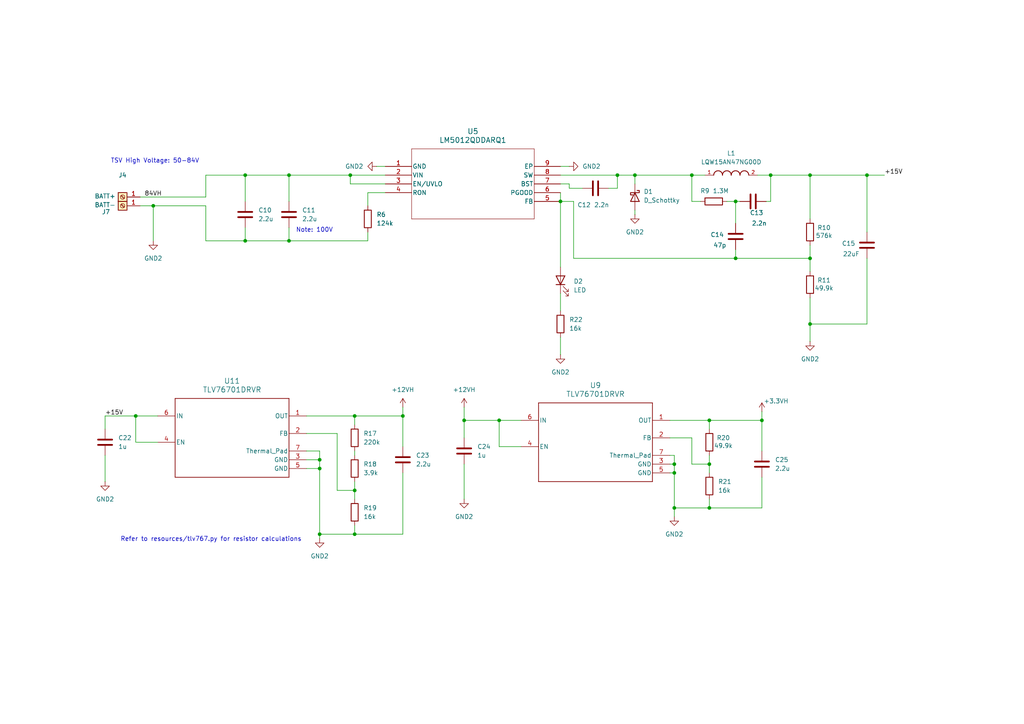
<source format=kicad_sch>
(kicad_sch
	(version 20231120)
	(generator "eeschema")
	(generator_version "8.0")
	(uuid "c5e326bb-5d78-47a1-be61-c46a33932be2")
	(paper "A4")
	(lib_symbols
		(symbol "2025-02-28_21-05-36:LM5012QDDARQ1"
			(pin_names
				(offset 0.254)
			)
			(exclude_from_sim no)
			(in_bom yes)
			(on_board yes)
			(property "Reference" "U"
				(at 25.4 10.16 0)
				(effects
					(font
						(size 1.524 1.524)
					)
				)
			)
			(property "Value" "LM5012QDDARQ1"
				(at 25.4 7.62 0)
				(effects
					(font
						(size 1.524 1.524)
					)
				)
			)
			(property "Footprint" "SO-8-DDA_TEX"
				(at 0 0 0)
				(effects
					(font
						(size 1.27 1.27)
						(italic yes)
					)
					(hide yes)
				)
			)
			(property "Datasheet" "LM5012QDDARQ1"
				(at 0 0 0)
				(effects
					(font
						(size 1.27 1.27)
						(italic yes)
					)
					(hide yes)
				)
			)
			(property "Description" ""
				(at 0 0 0)
				(effects
					(font
						(size 1.27 1.27)
					)
					(hide yes)
				)
			)
			(property "ki_locked" ""
				(at 0 0 0)
				(effects
					(font
						(size 1.27 1.27)
					)
				)
			)
			(property "ki_keywords" "LM5012QDDARQ1"
				(at 0 0 0)
				(effects
					(font
						(size 1.27 1.27)
					)
					(hide yes)
				)
			)
			(property "ki_fp_filters" "SO-8-DDA_TEX SO-8-DDA_TEX-M SO-8-DDA_TEX-L"
				(at 0 0 0)
				(effects
					(font
						(size 1.27 1.27)
					)
					(hide yes)
				)
			)
			(symbol "LM5012QDDARQ1_0_1"
				(polyline
					(pts
						(xy 7.62 -15.24) (xy 43.18 -15.24)
					)
					(stroke
						(width 0.127)
						(type default)
					)
					(fill
						(type none)
					)
				)
				(polyline
					(pts
						(xy 7.62 5.08) (xy 7.62 -15.24)
					)
					(stroke
						(width 0.127)
						(type default)
					)
					(fill
						(type none)
					)
				)
				(polyline
					(pts
						(xy 43.18 -15.24) (xy 43.18 5.08)
					)
					(stroke
						(width 0.127)
						(type default)
					)
					(fill
						(type none)
					)
				)
				(polyline
					(pts
						(xy 43.18 5.08) (xy 7.62 5.08)
					)
					(stroke
						(width 0.127)
						(type default)
					)
					(fill
						(type none)
					)
				)
				(pin power_out line
					(at 0 0 0)
					(length 7.62)
					(name "GND"
						(effects
							(font
								(size 1.27 1.27)
							)
						)
					)
					(number "1"
						(effects
							(font
								(size 1.27 1.27)
							)
						)
					)
				)
				(pin power_in line
					(at 0 -2.54 0)
					(length 7.62)
					(name "VIN"
						(effects
							(font
								(size 1.27 1.27)
							)
						)
					)
					(number "2"
						(effects
							(font
								(size 1.27 1.27)
							)
						)
					)
				)
				(pin input line
					(at 0 -5.08 0)
					(length 7.62)
					(name "EN/UVLO"
						(effects
							(font
								(size 1.27 1.27)
							)
						)
					)
					(number "3"
						(effects
							(font
								(size 1.27 1.27)
							)
						)
					)
				)
				(pin input line
					(at 0 -7.62 0)
					(length 7.62)
					(name "RON"
						(effects
							(font
								(size 1.27 1.27)
							)
						)
					)
					(number "4"
						(effects
							(font
								(size 1.27 1.27)
							)
						)
					)
				)
				(pin input line
					(at 50.8 -10.16 180)
					(length 7.62)
					(name "FB"
						(effects
							(font
								(size 1.27 1.27)
							)
						)
					)
					(number "5"
						(effects
							(font
								(size 1.27 1.27)
							)
						)
					)
				)
				(pin output line
					(at 50.8 -7.62 180)
					(length 7.62)
					(name "PGOOD"
						(effects
							(font
								(size 1.27 1.27)
							)
						)
					)
					(number "6"
						(effects
							(font
								(size 1.27 1.27)
							)
						)
					)
				)
				(pin power_in line
					(at 50.8 -5.08 180)
					(length 7.62)
					(name "BST"
						(effects
							(font
								(size 1.27 1.27)
							)
						)
					)
					(number "7"
						(effects
							(font
								(size 1.27 1.27)
							)
						)
					)
				)
				(pin power_in line
					(at 50.8 -2.54 180)
					(length 7.62)
					(name "SW"
						(effects
							(font
								(size 1.27 1.27)
							)
						)
					)
					(number "8"
						(effects
							(font
								(size 1.27 1.27)
							)
						)
					)
				)
				(pin power_out line
					(at 50.8 0 180)
					(length 7.62)
					(name "EP"
						(effects
							(font
								(size 1.27 1.27)
							)
						)
					)
					(number "9"
						(effects
							(font
								(size 1.27 1.27)
							)
						)
					)
				)
			)
		)
		(symbol "Connector:Screw_Terminal_01x01"
			(pin_names
				(offset 1.016) hide)
			(exclude_from_sim no)
			(in_bom yes)
			(on_board yes)
			(property "Reference" "J"
				(at 0 2.54 0)
				(effects
					(font
						(size 1.27 1.27)
					)
				)
			)
			(property "Value" "Screw_Terminal_01x01"
				(at 0 -2.54 0)
				(effects
					(font
						(size 1.27 1.27)
					)
				)
			)
			(property "Footprint" ""
				(at 0 0 0)
				(effects
					(font
						(size 1.27 1.27)
					)
					(hide yes)
				)
			)
			(property "Datasheet" "~"
				(at 0 0 0)
				(effects
					(font
						(size 1.27 1.27)
					)
					(hide yes)
				)
			)
			(property "Description" "Generic screw terminal, single row, 01x01, script generated (kicad-library-utils/schlib/autogen/connector/)"
				(at 0 0 0)
				(effects
					(font
						(size 1.27 1.27)
					)
					(hide yes)
				)
			)
			(property "ki_keywords" "screw terminal"
				(at 0 0 0)
				(effects
					(font
						(size 1.27 1.27)
					)
					(hide yes)
				)
			)
			(property "ki_fp_filters" "TerminalBlock*:*"
				(at 0 0 0)
				(effects
					(font
						(size 1.27 1.27)
					)
					(hide yes)
				)
			)
			(symbol "Screw_Terminal_01x01_1_1"
				(rectangle
					(start -1.27 1.27)
					(end 1.27 -1.27)
					(stroke
						(width 0.254)
						(type default)
					)
					(fill
						(type background)
					)
				)
				(polyline
					(pts
						(xy -0.5334 0.3302) (xy 0.3302 -0.508)
					)
					(stroke
						(width 0.1524)
						(type default)
					)
					(fill
						(type none)
					)
				)
				(polyline
					(pts
						(xy -0.3556 0.508) (xy 0.508 -0.3302)
					)
					(stroke
						(width 0.1524)
						(type default)
					)
					(fill
						(type none)
					)
				)
				(circle
					(center 0 0)
					(radius 0.635)
					(stroke
						(width 0.1524)
						(type default)
					)
					(fill
						(type none)
					)
				)
				(pin passive line
					(at -5.08 0 0)
					(length 3.81)
					(name "Pin_1"
						(effects
							(font
								(size 1.27 1.27)
							)
						)
					)
					(number "1"
						(effects
							(font
								(size 1.27 1.27)
							)
						)
					)
				)
			)
		)
		(symbol "Device:C"
			(pin_numbers hide)
			(pin_names
				(offset 0.254)
			)
			(exclude_from_sim no)
			(in_bom yes)
			(on_board yes)
			(property "Reference" "C"
				(at 0.635 2.54 0)
				(effects
					(font
						(size 1.27 1.27)
					)
					(justify left)
				)
			)
			(property "Value" "C"
				(at 0.635 -2.54 0)
				(effects
					(font
						(size 1.27 1.27)
					)
					(justify left)
				)
			)
			(property "Footprint" ""
				(at 0.9652 -3.81 0)
				(effects
					(font
						(size 1.27 1.27)
					)
					(hide yes)
				)
			)
			(property "Datasheet" "~"
				(at 0 0 0)
				(effects
					(font
						(size 1.27 1.27)
					)
					(hide yes)
				)
			)
			(property "Description" "Unpolarized capacitor"
				(at 0 0 0)
				(effects
					(font
						(size 1.27 1.27)
					)
					(hide yes)
				)
			)
			(property "ki_keywords" "cap capacitor"
				(at 0 0 0)
				(effects
					(font
						(size 1.27 1.27)
					)
					(hide yes)
				)
			)
			(property "ki_fp_filters" "C_*"
				(at 0 0 0)
				(effects
					(font
						(size 1.27 1.27)
					)
					(hide yes)
				)
			)
			(symbol "C_0_1"
				(polyline
					(pts
						(xy -2.032 -0.762) (xy 2.032 -0.762)
					)
					(stroke
						(width 0.508)
						(type default)
					)
					(fill
						(type none)
					)
				)
				(polyline
					(pts
						(xy -2.032 0.762) (xy 2.032 0.762)
					)
					(stroke
						(width 0.508)
						(type default)
					)
					(fill
						(type none)
					)
				)
			)
			(symbol "C_1_1"
				(pin passive line
					(at 0 3.81 270)
					(length 2.794)
					(name "~"
						(effects
							(font
								(size 1.27 1.27)
							)
						)
					)
					(number "1"
						(effects
							(font
								(size 1.27 1.27)
							)
						)
					)
				)
				(pin passive line
					(at 0 -3.81 90)
					(length 2.794)
					(name "~"
						(effects
							(font
								(size 1.27 1.27)
							)
						)
					)
					(number "2"
						(effects
							(font
								(size 1.27 1.27)
							)
						)
					)
				)
			)
		)
		(symbol "Device:D_Schottky"
			(pin_numbers hide)
			(pin_names
				(offset 1.016) hide)
			(exclude_from_sim no)
			(in_bom yes)
			(on_board yes)
			(property "Reference" "D"
				(at 0 2.54 0)
				(effects
					(font
						(size 1.27 1.27)
					)
				)
			)
			(property "Value" "D_Schottky"
				(at 0 -2.54 0)
				(effects
					(font
						(size 1.27 1.27)
					)
				)
			)
			(property "Footprint" ""
				(at 0 0 0)
				(effects
					(font
						(size 1.27 1.27)
					)
					(hide yes)
				)
			)
			(property "Datasheet" "~"
				(at 0 0 0)
				(effects
					(font
						(size 1.27 1.27)
					)
					(hide yes)
				)
			)
			(property "Description" "Schottky diode"
				(at 0 0 0)
				(effects
					(font
						(size 1.27 1.27)
					)
					(hide yes)
				)
			)
			(property "ki_keywords" "diode Schottky"
				(at 0 0 0)
				(effects
					(font
						(size 1.27 1.27)
					)
					(hide yes)
				)
			)
			(property "ki_fp_filters" "TO-???* *_Diode_* *SingleDiode* D_*"
				(at 0 0 0)
				(effects
					(font
						(size 1.27 1.27)
					)
					(hide yes)
				)
			)
			(symbol "D_Schottky_0_1"
				(polyline
					(pts
						(xy 1.27 0) (xy -1.27 0)
					)
					(stroke
						(width 0)
						(type default)
					)
					(fill
						(type none)
					)
				)
				(polyline
					(pts
						(xy 1.27 1.27) (xy 1.27 -1.27) (xy -1.27 0) (xy 1.27 1.27)
					)
					(stroke
						(width 0.254)
						(type default)
					)
					(fill
						(type none)
					)
				)
				(polyline
					(pts
						(xy -1.905 0.635) (xy -1.905 1.27) (xy -1.27 1.27) (xy -1.27 -1.27) (xy -0.635 -1.27) (xy -0.635 -0.635)
					)
					(stroke
						(width 0.254)
						(type default)
					)
					(fill
						(type none)
					)
				)
			)
			(symbol "D_Schottky_1_1"
				(pin passive line
					(at -3.81 0 0)
					(length 2.54)
					(name "K"
						(effects
							(font
								(size 1.27 1.27)
							)
						)
					)
					(number "1"
						(effects
							(font
								(size 1.27 1.27)
							)
						)
					)
				)
				(pin passive line
					(at 3.81 0 180)
					(length 2.54)
					(name "A"
						(effects
							(font
								(size 1.27 1.27)
							)
						)
					)
					(number "2"
						(effects
							(font
								(size 1.27 1.27)
							)
						)
					)
				)
			)
		)
		(symbol "Device:LED"
			(pin_numbers hide)
			(pin_names
				(offset 1.016) hide)
			(exclude_from_sim no)
			(in_bom yes)
			(on_board yes)
			(property "Reference" "D"
				(at 0 2.54 0)
				(effects
					(font
						(size 1.27 1.27)
					)
				)
			)
			(property "Value" "LED"
				(at 0 -2.54 0)
				(effects
					(font
						(size 1.27 1.27)
					)
				)
			)
			(property "Footprint" ""
				(at 0 0 0)
				(effects
					(font
						(size 1.27 1.27)
					)
					(hide yes)
				)
			)
			(property "Datasheet" "~"
				(at 0 0 0)
				(effects
					(font
						(size 1.27 1.27)
					)
					(hide yes)
				)
			)
			(property "Description" "Light emitting diode"
				(at 0 0 0)
				(effects
					(font
						(size 1.27 1.27)
					)
					(hide yes)
				)
			)
			(property "ki_keywords" "LED diode"
				(at 0 0 0)
				(effects
					(font
						(size 1.27 1.27)
					)
					(hide yes)
				)
			)
			(property "ki_fp_filters" "LED* LED_SMD:* LED_THT:*"
				(at 0 0 0)
				(effects
					(font
						(size 1.27 1.27)
					)
					(hide yes)
				)
			)
			(symbol "LED_0_1"
				(polyline
					(pts
						(xy -1.27 -1.27) (xy -1.27 1.27)
					)
					(stroke
						(width 0.254)
						(type default)
					)
					(fill
						(type none)
					)
				)
				(polyline
					(pts
						(xy -1.27 0) (xy 1.27 0)
					)
					(stroke
						(width 0)
						(type default)
					)
					(fill
						(type none)
					)
				)
				(polyline
					(pts
						(xy 1.27 -1.27) (xy 1.27 1.27) (xy -1.27 0) (xy 1.27 -1.27)
					)
					(stroke
						(width 0.254)
						(type default)
					)
					(fill
						(type none)
					)
				)
				(polyline
					(pts
						(xy -3.048 -0.762) (xy -4.572 -2.286) (xy -3.81 -2.286) (xy -4.572 -2.286) (xy -4.572 -1.524)
					)
					(stroke
						(width 0)
						(type default)
					)
					(fill
						(type none)
					)
				)
				(polyline
					(pts
						(xy -1.778 -0.762) (xy -3.302 -2.286) (xy -2.54 -2.286) (xy -3.302 -2.286) (xy -3.302 -1.524)
					)
					(stroke
						(width 0)
						(type default)
					)
					(fill
						(type none)
					)
				)
			)
			(symbol "LED_1_1"
				(pin passive line
					(at -3.81 0 0)
					(length 2.54)
					(name "K"
						(effects
							(font
								(size 1.27 1.27)
							)
						)
					)
					(number "1"
						(effects
							(font
								(size 1.27 1.27)
							)
						)
					)
				)
				(pin passive line
					(at 3.81 0 180)
					(length 2.54)
					(name "A"
						(effects
							(font
								(size 1.27 1.27)
							)
						)
					)
					(number "2"
						(effects
							(font
								(size 1.27 1.27)
							)
						)
					)
				)
			)
		)
		(symbol "Device:R"
			(pin_numbers hide)
			(pin_names
				(offset 0)
			)
			(exclude_from_sim no)
			(in_bom yes)
			(on_board yes)
			(property "Reference" "R"
				(at 2.032 0 90)
				(effects
					(font
						(size 1.27 1.27)
					)
				)
			)
			(property "Value" "R"
				(at 0 0 90)
				(effects
					(font
						(size 1.27 1.27)
					)
				)
			)
			(property "Footprint" ""
				(at -1.778 0 90)
				(effects
					(font
						(size 1.27 1.27)
					)
					(hide yes)
				)
			)
			(property "Datasheet" "~"
				(at 0 0 0)
				(effects
					(font
						(size 1.27 1.27)
					)
					(hide yes)
				)
			)
			(property "Description" "Resistor"
				(at 0 0 0)
				(effects
					(font
						(size 1.27 1.27)
					)
					(hide yes)
				)
			)
			(property "ki_keywords" "R res resistor"
				(at 0 0 0)
				(effects
					(font
						(size 1.27 1.27)
					)
					(hide yes)
				)
			)
			(property "ki_fp_filters" "R_*"
				(at 0 0 0)
				(effects
					(font
						(size 1.27 1.27)
					)
					(hide yes)
				)
			)
			(symbol "R_0_1"
				(rectangle
					(start -1.016 -2.54)
					(end 1.016 2.54)
					(stroke
						(width 0.254)
						(type default)
					)
					(fill
						(type none)
					)
				)
			)
			(symbol "R_1_1"
				(pin passive line
					(at 0 3.81 270)
					(length 1.27)
					(name "~"
						(effects
							(font
								(size 1.27 1.27)
							)
						)
					)
					(number "1"
						(effects
							(font
								(size 1.27 1.27)
							)
						)
					)
				)
				(pin passive line
					(at 0 -3.81 90)
					(length 1.27)
					(name "~"
						(effects
							(font
								(size 1.27 1.27)
							)
						)
					)
					(number "2"
						(effects
							(font
								(size 1.27 1.27)
							)
						)
					)
				)
			)
		)
		(symbol "LQW15AN47NG00D:LQW15AN47NG00D"
			(pin_names
				(offset 1.016)
			)
			(exclude_from_sim no)
			(in_bom yes)
			(on_board yes)
			(property "Reference" "L"
				(at -7.62 5.08 0)
				(effects
					(font
						(size 1.27 1.27)
					)
					(justify left bottom)
				)
			)
			(property "Value" "LQW15AN47NG00D"
				(at -7.62 2.54 0)
				(effects
					(font
						(size 1.27 1.27)
					)
					(justify left bottom)
				)
			)
			(property "Footprint" "LQW15AN47NG00D:INDC1005X60N"
				(at 0 0 0)
				(effects
					(font
						(size 1.27 1.27)
					)
					(justify bottom)
					(hide yes)
				)
			)
			(property "Datasheet" ""
				(at 0 0 0)
				(effects
					(font
						(size 1.27 1.27)
					)
					(hide yes)
				)
			)
			(property "Description" ""
				(at 0 0 0)
				(effects
					(font
						(size 1.27 1.27)
					)
					(hide yes)
				)
			)
			(symbol "LQW15AN47NG00D_0_0"
				(arc
					(start -2.54 0)
					(mid -3.81 1.2645)
					(end -5.08 0)
					(stroke
						(width 0.254)
						(type default)
					)
					(fill
						(type none)
					)
				)
				(arc
					(start 0 0)
					(mid -1.27 1.2645)
					(end -2.54 0)
					(stroke
						(width 0.254)
						(type default)
					)
					(fill
						(type none)
					)
				)
				(arc
					(start 2.54 0)
					(mid 1.27 1.2645)
					(end 0 0)
					(stroke
						(width 0.254)
						(type default)
					)
					(fill
						(type none)
					)
				)
				(arc
					(start 5.08 0)
					(mid 3.81 1.2645)
					(end 2.54 0)
					(stroke
						(width 0.254)
						(type default)
					)
					(fill
						(type none)
					)
				)
				(pin passive line
					(at -7.62 0 0)
					(length 2.54)
					(name "~"
						(effects
							(font
								(size 1.016 1.016)
							)
						)
					)
					(number "1"
						(effects
							(font
								(size 1.016 1.016)
							)
						)
					)
				)
				(pin passive line
					(at 7.62 0 180)
					(length 2.54)
					(name "~"
						(effects
							(font
								(size 1.016 1.016)
							)
						)
					)
					(number "2"
						(effects
							(font
								(size 1.016 1.016)
							)
						)
					)
				)
			)
		)
		(symbol "TLV76701:TLV76701DRVR"
			(pin_names
				(offset 0.254)
			)
			(exclude_from_sim no)
			(in_bom yes)
			(on_board yes)
			(property "Reference" "U11"
				(at 21.59 10.16 0)
				(effects
					(font
						(size 1.524 1.524)
					)
				)
			)
			(property "Value" "TLV76701DRVR"
				(at 21.59 7.62 0)
				(effects
					(font
						(size 1.524 1.524)
					)
				)
			)
			(property "Footprint" "DRV0006A-IPC_A"
				(at 0 0 0)
				(effects
					(font
						(size 1.27 1.27)
						(italic yes)
					)
					(hide yes)
				)
			)
			(property "Datasheet" "TLV76701DRVR"
				(at 0 0 0)
				(effects
					(font
						(size 1.27 1.27)
						(italic yes)
					)
					(hide yes)
				)
			)
			(property "Description" ""
				(at 0 0 0)
				(effects
					(font
						(size 1.27 1.27)
					)
					(hide yes)
				)
			)
			(property "ki_locked" ""
				(at 0 0 0)
				(effects
					(font
						(size 1.27 1.27)
					)
				)
			)
			(property "ki_keywords" "TLV76701DRVR"
				(at 0 0 0)
				(effects
					(font
						(size 1.27 1.27)
					)
					(hide yes)
				)
			)
			(property "ki_fp_filters" "DRV0006A-IPC_A DRV0006A-IPC_B DRV0006A-IPC_C DRV0006A-MFG"
				(at 0 0 0)
				(effects
					(font
						(size 1.27 1.27)
					)
					(hide yes)
				)
			)
			(symbol "TLV76701DRVR_0_1"
				(polyline
					(pts
						(xy 5.08 -17.78) (xy 38.1 -17.78)
					)
					(stroke
						(width 0.2032)
						(type default)
					)
					(fill
						(type none)
					)
				)
				(polyline
					(pts
						(xy 5.08 5.08) (xy 5.08 -17.78)
					)
					(stroke
						(width 0.2032)
						(type default)
					)
					(fill
						(type none)
					)
				)
				(polyline
					(pts
						(xy 38.1 -17.78) (xy 38.1 5.08)
					)
					(stroke
						(width 0.2032)
						(type default)
					)
					(fill
						(type none)
					)
				)
				(polyline
					(pts
						(xy 38.1 5.08) (xy 5.08 5.08)
					)
					(stroke
						(width 0.2032)
						(type default)
					)
					(fill
						(type none)
					)
				)
				(pin output line
					(at 43.18 0 180)
					(length 5.08)
					(name "OUT"
						(effects
							(font
								(size 1.27 1.27)
							)
						)
					)
					(number "1"
						(effects
							(font
								(size 1.27 1.27)
							)
						)
					)
				)
				(pin power_in line
					(at 43.18 -12.7 180)
					(length 5.08)
					(name "GND"
						(effects
							(font
								(size 1.27 1.27)
							)
						)
					)
					(number "3"
						(effects
							(font
								(size 1.27 1.27)
							)
						)
					)
				)
				(pin input line
					(at 0 -7.62 0)
					(length 5.08)
					(name "EN"
						(effects
							(font
								(size 1.27 1.27)
							)
						)
					)
					(number "4"
						(effects
							(font
								(size 1.27 1.27)
							)
						)
					)
				)
				(pin power_in line
					(at 43.18 -15.24 180)
					(length 5.08)
					(name "GND"
						(effects
							(font
								(size 1.27 1.27)
							)
						)
					)
					(number "5"
						(effects
							(font
								(size 1.27 1.27)
							)
						)
					)
				)
				(pin power_in line
					(at 0 0 0)
					(length 5.08)
					(name "IN"
						(effects
							(font
								(size 1.27 1.27)
							)
						)
					)
					(number "6"
						(effects
							(font
								(size 1.27 1.27)
							)
						)
					)
				)
				(pin unspecified line
					(at 43.18 -10.16 180)
					(length 5.08)
					(name "Thermal_Pad"
						(effects
							(font
								(size 1.27 1.27)
							)
						)
					)
					(number "7"
						(effects
							(font
								(size 1.27 1.27)
							)
						)
					)
				)
			)
			(symbol "TLV76701DRVR_1_1"
				(pin input line
					(at 43.18 -5.08 180)
					(length 5.08)
					(name "FB"
						(effects
							(font
								(size 1.27 1.27)
							)
						)
					)
					(number "2"
						(effects
							(font
								(size 1.27 1.27)
							)
						)
					)
				)
			)
		)
		(symbol "power:+12V"
			(power)
			(pin_numbers hide)
			(pin_names
				(offset 0) hide)
			(exclude_from_sim no)
			(in_bom yes)
			(on_board yes)
			(property "Reference" "#PWR"
				(at 0 -3.81 0)
				(effects
					(font
						(size 1.27 1.27)
					)
					(hide yes)
				)
			)
			(property "Value" "+12V"
				(at 0 3.556 0)
				(effects
					(font
						(size 1.27 1.27)
					)
				)
			)
			(property "Footprint" ""
				(at 0 0 0)
				(effects
					(font
						(size 1.27 1.27)
					)
					(hide yes)
				)
			)
			(property "Datasheet" ""
				(at 0 0 0)
				(effects
					(font
						(size 1.27 1.27)
					)
					(hide yes)
				)
			)
			(property "Description" "Power symbol creates a global label with name \"+12V\""
				(at 0 0 0)
				(effects
					(font
						(size 1.27 1.27)
					)
					(hide yes)
				)
			)
			(property "ki_keywords" "global power"
				(at 0 0 0)
				(effects
					(font
						(size 1.27 1.27)
					)
					(hide yes)
				)
			)
			(symbol "+12V_0_1"
				(polyline
					(pts
						(xy -0.762 1.27) (xy 0 2.54)
					)
					(stroke
						(width 0)
						(type default)
					)
					(fill
						(type none)
					)
				)
				(polyline
					(pts
						(xy 0 0) (xy 0 2.54)
					)
					(stroke
						(width 0)
						(type default)
					)
					(fill
						(type none)
					)
				)
				(polyline
					(pts
						(xy 0 2.54) (xy 0.762 1.27)
					)
					(stroke
						(width 0)
						(type default)
					)
					(fill
						(type none)
					)
				)
			)
			(symbol "+12V_1_1"
				(pin power_in line
					(at 0 0 90)
					(length 0)
					(name "~"
						(effects
							(font
								(size 1.27 1.27)
							)
						)
					)
					(number "1"
						(effects
							(font
								(size 1.27 1.27)
							)
						)
					)
				)
			)
		)
		(symbol "power:+3.3V"
			(power)
			(pin_numbers hide)
			(pin_names
				(offset 0) hide)
			(exclude_from_sim no)
			(in_bom yes)
			(on_board yes)
			(property "Reference" "#PWR"
				(at 0 -3.81 0)
				(effects
					(font
						(size 1.27 1.27)
					)
					(hide yes)
				)
			)
			(property "Value" "+3.3V"
				(at 0 3.556 0)
				(effects
					(font
						(size 1.27 1.27)
					)
				)
			)
			(property "Footprint" ""
				(at 0 0 0)
				(effects
					(font
						(size 1.27 1.27)
					)
					(hide yes)
				)
			)
			(property "Datasheet" ""
				(at 0 0 0)
				(effects
					(font
						(size 1.27 1.27)
					)
					(hide yes)
				)
			)
			(property "Description" "Power symbol creates a global label with name \"+3.3V\""
				(at 0 0 0)
				(effects
					(font
						(size 1.27 1.27)
					)
					(hide yes)
				)
			)
			(property "ki_keywords" "global power"
				(at 0 0 0)
				(effects
					(font
						(size 1.27 1.27)
					)
					(hide yes)
				)
			)
			(symbol "+3.3V_0_1"
				(polyline
					(pts
						(xy -0.762 1.27) (xy 0 2.54)
					)
					(stroke
						(width 0)
						(type default)
					)
					(fill
						(type none)
					)
				)
				(polyline
					(pts
						(xy 0 0) (xy 0 2.54)
					)
					(stroke
						(width 0)
						(type default)
					)
					(fill
						(type none)
					)
				)
				(polyline
					(pts
						(xy 0 2.54) (xy 0.762 1.27)
					)
					(stroke
						(width 0)
						(type default)
					)
					(fill
						(type none)
					)
				)
			)
			(symbol "+3.3V_1_1"
				(pin power_in line
					(at 0 0 90)
					(length 0)
					(name "~"
						(effects
							(font
								(size 1.27 1.27)
							)
						)
					)
					(number "1"
						(effects
							(font
								(size 1.27 1.27)
							)
						)
					)
				)
			)
		)
		(symbol "power:GND2"
			(power)
			(pin_numbers hide)
			(pin_names
				(offset 0) hide)
			(exclude_from_sim no)
			(in_bom yes)
			(on_board yes)
			(property "Reference" "#PWR"
				(at 0 -6.35 0)
				(effects
					(font
						(size 1.27 1.27)
					)
					(hide yes)
				)
			)
			(property "Value" "GND2"
				(at 0 -3.81 0)
				(effects
					(font
						(size 1.27 1.27)
					)
				)
			)
			(property "Footprint" ""
				(at 0 0 0)
				(effects
					(font
						(size 1.27 1.27)
					)
					(hide yes)
				)
			)
			(property "Datasheet" ""
				(at 0 0 0)
				(effects
					(font
						(size 1.27 1.27)
					)
					(hide yes)
				)
			)
			(property "Description" "Power symbol creates a global label with name \"GND2\" , ground"
				(at 0 0 0)
				(effects
					(font
						(size 1.27 1.27)
					)
					(hide yes)
				)
			)
			(property "ki_keywords" "global power"
				(at 0 0 0)
				(effects
					(font
						(size 1.27 1.27)
					)
					(hide yes)
				)
			)
			(symbol "GND2_0_1"
				(polyline
					(pts
						(xy 0 0) (xy 0 -1.27) (xy 1.27 -1.27) (xy 0 -2.54) (xy -1.27 -1.27) (xy 0 -1.27)
					)
					(stroke
						(width 0)
						(type default)
					)
					(fill
						(type none)
					)
				)
			)
			(symbol "GND2_1_1"
				(pin power_in line
					(at 0 0 270)
					(length 0)
					(name "~"
						(effects
							(font
								(size 1.27 1.27)
							)
						)
					)
					(number "1"
						(effects
							(font
								(size 1.27 1.27)
							)
						)
					)
				)
			)
		)
	)
	(junction
		(at 195.58 134.62)
		(diameter 0)
		(color 0 0 0 0)
		(uuid "05512156-a2b7-4419-ae7a-360ef2d8bf4d")
	)
	(junction
		(at 71.12 50.8)
		(diameter 0)
		(color 0 0 0 0)
		(uuid "0a724350-97a9-458e-8d1a-cd65645aa902")
	)
	(junction
		(at 102.87 154.94)
		(diameter 0)
		(color 0 0 0 0)
		(uuid "0e7ba4f9-dd1f-4089-a15b-c734d600a2b6")
	)
	(junction
		(at 39.37 120.65)
		(diameter 0)
		(color 0 0 0 0)
		(uuid "16cbb886-17aa-41fc-b503-2a73b7a0ed49")
	)
	(junction
		(at 92.71 135.89)
		(diameter 0)
		(color 0 0 0 0)
		(uuid "1acb0545-aab1-458e-9eeb-afa501541d2a")
	)
	(junction
		(at 234.95 93.98)
		(diameter 0)
		(color 0 0 0 0)
		(uuid "2ec3b82a-73ae-486a-847e-2a3164318c10")
	)
	(junction
		(at 184.15 50.8)
		(diameter 0)
		(color 0 0 0 0)
		(uuid "3209fdd3-5fd9-413e-8633-a56ad625ba6b")
	)
	(junction
		(at 223.52 50.8)
		(diameter 0)
		(color 0 0 0 0)
		(uuid "3dcfb58d-a6aa-4415-a23b-fdd1cf1094f1")
	)
	(junction
		(at 220.98 121.92)
		(diameter 0)
		(color 0 0 0 0)
		(uuid "530485f8-0629-43d6-ba1f-c660add7b8da")
	)
	(junction
		(at 205.74 121.92)
		(diameter 0)
		(color 0 0 0 0)
		(uuid "56a20084-18ad-44dc-9ab0-725af4dd68f5")
	)
	(junction
		(at 83.82 50.8)
		(diameter 0)
		(color 0 0 0 0)
		(uuid "5d51c88f-b4ca-403f-a66f-c08bb97e3417")
	)
	(junction
		(at 179.07 50.8)
		(diameter 0)
		(color 0 0 0 0)
		(uuid "5e9c6a4f-f001-46ad-bf2e-795ef9aa8d10")
	)
	(junction
		(at 92.71 133.35)
		(diameter 0)
		(color 0 0 0 0)
		(uuid "62c78efb-8b26-4914-a531-bb6413d9d81d")
	)
	(junction
		(at 213.36 58.42)
		(diameter 0)
		(color 0 0 0 0)
		(uuid "703083a7-9993-44a3-b8a3-eaec134c182d")
	)
	(junction
		(at 195.58 137.16)
		(diameter 0)
		(color 0 0 0 0)
		(uuid "7bd0e092-0f37-4b13-a438-5501f444277f")
	)
	(junction
		(at 44.45 59.69)
		(diameter 0)
		(color 0 0 0 0)
		(uuid "7cd019c3-d25e-4393-a741-ef1b63fea9b2")
	)
	(junction
		(at 101.6 50.8)
		(diameter 0)
		(color 0 0 0 0)
		(uuid "8df47e40-8d98-4a76-8925-b8ebffba67e4")
	)
	(junction
		(at 144.78 121.92)
		(diameter 0)
		(color 0 0 0 0)
		(uuid "8e9965a4-392f-44dd-9eeb-96191cf78127")
	)
	(junction
		(at 195.58 147.32)
		(diameter 0)
		(color 0 0 0 0)
		(uuid "992124fc-93ca-4d8f-aac9-9dffb836e54f")
	)
	(junction
		(at 234.95 50.8)
		(diameter 0)
		(color 0 0 0 0)
		(uuid "a495e56d-1f11-4043-8f05-d19e20ea80f9")
	)
	(junction
		(at 92.71 154.94)
		(diameter 0)
		(color 0 0 0 0)
		(uuid "a697b3e1-2750-436a-bff1-97943f17c9a8")
	)
	(junction
		(at 205.74 147.32)
		(diameter 0)
		(color 0 0 0 0)
		(uuid "a7996a6b-b571-49aa-b787-d410604e0de8")
	)
	(junction
		(at 205.74 134.62)
		(diameter 0)
		(color 0 0 0 0)
		(uuid "a91e4a1f-5cc4-4d21-9fc7-6efdb8bf1e8d")
	)
	(junction
		(at 162.56 58.42)
		(diameter 0)
		(color 0 0 0 0)
		(uuid "aa5b806e-0682-43e3-9d4a-0743e4e36662")
	)
	(junction
		(at 134.62 121.92)
		(diameter 0)
		(color 0 0 0 0)
		(uuid "b5fba7c1-d9de-44ed-970b-9eadf0100a39")
	)
	(junction
		(at 83.82 69.85)
		(diameter 0)
		(color 0 0 0 0)
		(uuid "b82962ab-eecd-48c7-ac07-bc29df441e7d")
	)
	(junction
		(at 251.46 50.8)
		(diameter 0)
		(color 0 0 0 0)
		(uuid "c17aa6d9-e830-498d-b843-6756c03f327d")
	)
	(junction
		(at 102.87 142.24)
		(diameter 0)
		(color 0 0 0 0)
		(uuid "ce3ab6b5-8ae6-40fa-a68a-ebcb74a2dbe6")
	)
	(junction
		(at 102.87 120.65)
		(diameter 0)
		(color 0 0 0 0)
		(uuid "e1872adc-3abd-4869-ab2f-2b9945d1f0d0")
	)
	(junction
		(at 71.12 69.85)
		(diameter 0)
		(color 0 0 0 0)
		(uuid "e996efd6-abce-4d3b-80a9-1a155355d22b")
	)
	(junction
		(at 200.66 50.8)
		(diameter 0)
		(color 0 0 0 0)
		(uuid "eb609f9e-7e35-4aa5-b8ac-4cad066ed0ae")
	)
	(junction
		(at 116.84 120.65)
		(diameter 0)
		(color 0 0 0 0)
		(uuid "eea57aac-cc77-4b5a-800f-ceb59da80cbb")
	)
	(junction
		(at 213.36 74.93)
		(diameter 0)
		(color 0 0 0 0)
		(uuid "f111826b-f638-46ef-a4a1-ed6e7377f2d1")
	)
	(junction
		(at 234.95 74.93)
		(diameter 0)
		(color 0 0 0 0)
		(uuid "fd8c101b-02ee-4d69-85cb-9d82c3c778bd")
	)
	(wire
		(pts
			(xy 234.95 93.98) (xy 234.95 99.06)
		)
		(stroke
			(width 0)
			(type default)
		)
		(uuid "004b2e5e-41c6-4dc2-a475-cf89fa7714f3")
	)
	(wire
		(pts
			(xy 222.25 58.42) (xy 223.52 58.42)
		)
		(stroke
			(width 0)
			(type default)
		)
		(uuid "0057df85-6aff-46b4-aedd-4187ca443eda")
	)
	(wire
		(pts
			(xy 195.58 134.62) (xy 195.58 137.16)
		)
		(stroke
			(width 0)
			(type default)
		)
		(uuid "00c9636f-1e2e-409f-80ea-bc8f75ddacae")
	)
	(wire
		(pts
			(xy 92.71 130.81) (xy 92.71 133.35)
		)
		(stroke
			(width 0)
			(type default)
		)
		(uuid "05be1dbf-2b0a-4dc9-8814-8d6e4b1be979")
	)
	(wire
		(pts
			(xy 111.76 53.34) (xy 101.6 53.34)
		)
		(stroke
			(width 0)
			(type default)
		)
		(uuid "06e511fd-452d-4f21-b313-bf919e05fe8e")
	)
	(wire
		(pts
			(xy 234.95 50.8) (xy 251.46 50.8)
		)
		(stroke
			(width 0)
			(type default)
		)
		(uuid "07279889-95aa-4e24-b7ea-354141494bbb")
	)
	(wire
		(pts
			(xy 59.69 57.15) (xy 59.69 50.8)
		)
		(stroke
			(width 0)
			(type default)
		)
		(uuid "07805f45-dcb0-4b1b-a66b-d9df422b91df")
	)
	(wire
		(pts
			(xy 134.62 121.92) (xy 134.62 127)
		)
		(stroke
			(width 0)
			(type default)
		)
		(uuid "0b3e08df-1154-40cc-aeaf-a106b04ef730")
	)
	(wire
		(pts
			(xy 40.64 59.69) (xy 44.45 59.69)
		)
		(stroke
			(width 0)
			(type default)
		)
		(uuid "0b6329ac-cd21-40af-adf3-bc837efcc273")
	)
	(wire
		(pts
			(xy 102.87 142.24) (xy 102.87 139.7)
		)
		(stroke
			(width 0)
			(type default)
		)
		(uuid "0e5644af-07a4-4328-ab5b-bc64c75a462a")
	)
	(wire
		(pts
			(xy 44.45 59.69) (xy 59.69 59.69)
		)
		(stroke
			(width 0)
			(type default)
		)
		(uuid "125cbfb3-47de-4b68-a4a5-7e4e6498690c")
	)
	(wire
		(pts
			(xy 219.71 50.8) (xy 223.52 50.8)
		)
		(stroke
			(width 0)
			(type default)
		)
		(uuid "13f9c66e-eddc-46a4-8168-ca14ddc8a375")
	)
	(wire
		(pts
			(xy 134.62 118.11) (xy 134.62 121.92)
		)
		(stroke
			(width 0)
			(type default)
		)
		(uuid "19683d4c-a601-42f5-a3c6-999395e67b6e")
	)
	(wire
		(pts
			(xy 116.84 120.65) (xy 116.84 129.54)
		)
		(stroke
			(width 0)
			(type default)
		)
		(uuid "1a842586-dc7f-4e25-a59d-7971124ef5ed")
	)
	(wire
		(pts
			(xy 71.12 69.85) (xy 83.82 69.85)
		)
		(stroke
			(width 0)
			(type default)
		)
		(uuid "22311ccc-fd7a-4062-bef2-a0e3b1b512c2")
	)
	(wire
		(pts
			(xy 205.74 121.92) (xy 220.98 121.92)
		)
		(stroke
			(width 0)
			(type default)
		)
		(uuid "2295c6eb-a62f-4212-863b-c419bedec886")
	)
	(wire
		(pts
			(xy 200.66 58.42) (xy 203.2 58.42)
		)
		(stroke
			(width 0)
			(type default)
		)
		(uuid "22cb9e9f-a7d1-4f80-9951-94399481614d")
	)
	(wire
		(pts
			(xy 83.82 58.42) (xy 83.82 50.8)
		)
		(stroke
			(width 0)
			(type default)
		)
		(uuid "24d72bfc-0c34-4643-8c03-209393d7b6fe")
	)
	(wire
		(pts
			(xy 101.6 53.34) (xy 101.6 50.8)
		)
		(stroke
			(width 0)
			(type default)
		)
		(uuid "2673b90b-ae20-450f-baad-ddb52cea8a1e")
	)
	(wire
		(pts
			(xy 205.74 147.32) (xy 195.58 147.32)
		)
		(stroke
			(width 0)
			(type default)
		)
		(uuid "271ca058-ab98-436b-9279-13c03f420917")
	)
	(wire
		(pts
			(xy 213.36 74.93) (xy 234.95 74.93)
		)
		(stroke
			(width 0)
			(type default)
		)
		(uuid "27bd41ff-eadc-4c54-bce0-a37fc2071d40")
	)
	(wire
		(pts
			(xy 200.66 50.8) (xy 200.66 58.42)
		)
		(stroke
			(width 0)
			(type default)
		)
		(uuid "2b2aaa98-2043-4cec-8c71-aa29704df6a4")
	)
	(wire
		(pts
			(xy 194.31 134.62) (xy 195.58 134.62)
		)
		(stroke
			(width 0)
			(type default)
		)
		(uuid "2e356542-ae52-4863-b3eb-7d834c2f3990")
	)
	(wire
		(pts
			(xy 88.9 130.81) (xy 92.71 130.81)
		)
		(stroke
			(width 0)
			(type default)
		)
		(uuid "2f4a2238-cbcb-4959-9967-b41136c34f61")
	)
	(wire
		(pts
			(xy 40.64 57.15) (xy 59.69 57.15)
		)
		(stroke
			(width 0)
			(type default)
		)
		(uuid "2ffd9911-12fa-4bcf-afa5-77c0686d01f5")
	)
	(wire
		(pts
			(xy 234.95 86.36) (xy 234.95 93.98)
		)
		(stroke
			(width 0)
			(type default)
		)
		(uuid "30c8a583-9a13-40bd-8697-272320dbf9e1")
	)
	(wire
		(pts
			(xy 184.15 50.8) (xy 184.15 53.34)
		)
		(stroke
			(width 0)
			(type default)
		)
		(uuid "3d625827-0fec-42f6-af2d-9cae24d47b85")
	)
	(wire
		(pts
			(xy 116.84 118.11) (xy 116.84 120.65)
		)
		(stroke
			(width 0)
			(type default)
		)
		(uuid "3fc16d7d-8acb-4a5e-97d1-4abac5e07050")
	)
	(wire
		(pts
			(xy 251.46 50.8) (xy 251.46 67.31)
		)
		(stroke
			(width 0)
			(type default)
		)
		(uuid "424a75aa-918b-4696-9004-508d482945a3")
	)
	(wire
		(pts
			(xy 205.74 134.62) (xy 205.74 137.16)
		)
		(stroke
			(width 0)
			(type default)
		)
		(uuid "45b46c75-fac0-48f9-9377-10f30d7c97a1")
	)
	(wire
		(pts
			(xy 144.78 121.92) (xy 144.78 129.54)
		)
		(stroke
			(width 0)
			(type default)
		)
		(uuid "482bf2e0-207e-4608-a542-269c39b9faf9")
	)
	(wire
		(pts
			(xy 194.31 121.92) (xy 205.74 121.92)
		)
		(stroke
			(width 0)
			(type default)
		)
		(uuid "48dc196d-8643-459b-969d-1969250d5ca2")
	)
	(wire
		(pts
			(xy 44.45 59.69) (xy 44.45 69.85)
		)
		(stroke
			(width 0)
			(type default)
		)
		(uuid "4c41e38b-9dde-46b8-bff4-e8b966168883")
	)
	(wire
		(pts
			(xy 144.78 129.54) (xy 151.13 129.54)
		)
		(stroke
			(width 0)
			(type default)
		)
		(uuid "4dfaa30d-cb9b-484a-afe0-68bc2102e98f")
	)
	(wire
		(pts
			(xy 88.9 120.65) (xy 102.87 120.65)
		)
		(stroke
			(width 0)
			(type default)
		)
		(uuid "4f6b4b4a-fc74-48db-a154-8df7e2a3bac2")
	)
	(wire
		(pts
			(xy 106.68 67.31) (xy 106.68 69.85)
		)
		(stroke
			(width 0)
			(type default)
		)
		(uuid "51f05e99-c819-4c6e-a662-dfcf5e0f61ff")
	)
	(wire
		(pts
			(xy 166.37 74.93) (xy 213.36 74.93)
		)
		(stroke
			(width 0)
			(type default)
		)
		(uuid "56360b43-30fd-42a3-bf26-5ba63a6f54b8")
	)
	(wire
		(pts
			(xy 102.87 120.65) (xy 116.84 120.65)
		)
		(stroke
			(width 0)
			(type default)
		)
		(uuid "57c3366a-2d74-4b08-ae94-a89fc0b992b6")
	)
	(wire
		(pts
			(xy 162.56 58.42) (xy 162.56 77.47)
		)
		(stroke
			(width 0)
			(type default)
		)
		(uuid "581fdf71-4944-45d6-993d-b6c53f90fa37")
	)
	(wire
		(pts
			(xy 88.9 133.35) (xy 92.71 133.35)
		)
		(stroke
			(width 0)
			(type default)
		)
		(uuid "582f0189-f916-48f5-8321-fdc83a420706")
	)
	(wire
		(pts
			(xy 179.07 54.61) (xy 179.07 50.8)
		)
		(stroke
			(width 0)
			(type default)
		)
		(uuid "5a0c46bf-5354-491e-ba4e-08a2af6cf133")
	)
	(wire
		(pts
			(xy 102.87 152.4) (xy 102.87 154.94)
		)
		(stroke
			(width 0)
			(type default)
		)
		(uuid "5ad2ace0-f6d1-4115-a03d-ee28d8a639fb")
	)
	(wire
		(pts
			(xy 162.56 55.88) (xy 162.56 58.42)
		)
		(stroke
			(width 0)
			(type default)
		)
		(uuid "5aeb3b6f-c82c-4512-b8e9-85791cc46d5c")
	)
	(wire
		(pts
			(xy 195.58 137.16) (xy 195.58 147.32)
		)
		(stroke
			(width 0)
			(type default)
		)
		(uuid "5d464cf7-d279-4a60-ac13-11d2da6c8a97")
	)
	(wire
		(pts
			(xy 92.71 154.94) (xy 92.71 156.21)
		)
		(stroke
			(width 0)
			(type default)
		)
		(uuid "5db0377b-b5cd-42a3-b162-b8881263fc4e")
	)
	(wire
		(pts
			(xy 195.58 147.32) (xy 195.58 149.86)
		)
		(stroke
			(width 0)
			(type default)
		)
		(uuid "6238f0b7-5613-4898-9bf9-a2dbf98545a1")
	)
	(wire
		(pts
			(xy 195.58 132.08) (xy 195.58 134.62)
		)
		(stroke
			(width 0)
			(type default)
		)
		(uuid "635e7104-ab09-429d-819b-a9720a301d4d")
	)
	(wire
		(pts
			(xy 102.87 130.81) (xy 102.87 132.08)
		)
		(stroke
			(width 0)
			(type default)
		)
		(uuid "69316338-72cf-4950-a350-363f4b5e89b1")
	)
	(wire
		(pts
			(xy 205.74 144.78) (xy 205.74 147.32)
		)
		(stroke
			(width 0)
			(type default)
		)
		(uuid "6a6bf902-8c05-4e23-aa07-b492dc9f00f8")
	)
	(wire
		(pts
			(xy 234.95 71.12) (xy 234.95 74.93)
		)
		(stroke
			(width 0)
			(type default)
		)
		(uuid "6ba6b37b-716d-400b-8e13-fc4efdd525eb")
	)
	(wire
		(pts
			(xy 205.74 134.62) (xy 205.74 132.08)
		)
		(stroke
			(width 0)
			(type default)
		)
		(uuid "6cf2ba31-924e-4ab0-b727-5a6d3dcb138b")
	)
	(wire
		(pts
			(xy 220.98 121.92) (xy 220.98 130.81)
		)
		(stroke
			(width 0)
			(type default)
		)
		(uuid "6efc4fcd-d987-4ad9-8018-3fd32647c1a8")
	)
	(wire
		(pts
			(xy 39.37 128.27) (xy 45.72 128.27)
		)
		(stroke
			(width 0)
			(type default)
		)
		(uuid "6fddd613-e262-405f-ae0b-c3159d05f5a8")
	)
	(wire
		(pts
			(xy 162.56 50.8) (xy 179.07 50.8)
		)
		(stroke
			(width 0)
			(type default)
		)
		(uuid "710ce4f6-179a-4e15-84a5-d5ed3f8495ae")
	)
	(wire
		(pts
			(xy 162.56 53.34) (xy 165.1 53.34)
		)
		(stroke
			(width 0)
			(type default)
		)
		(uuid "72520e38-117b-40ed-8732-d7ac8c59f4e1")
	)
	(wire
		(pts
			(xy 210.82 58.42) (xy 213.36 58.42)
		)
		(stroke
			(width 0)
			(type default)
		)
		(uuid "732b532b-9436-4449-b712-efb1b8b060a2")
	)
	(wire
		(pts
			(xy 194.31 132.08) (xy 195.58 132.08)
		)
		(stroke
			(width 0)
			(type default)
		)
		(uuid "732d40ed-5a04-4c23-b1ca-c8dbc9cb033b")
	)
	(wire
		(pts
			(xy 200.66 50.8) (xy 184.15 50.8)
		)
		(stroke
			(width 0)
			(type default)
		)
		(uuid "74013cfc-4ce7-4770-a319-b8677116baa0")
	)
	(wire
		(pts
			(xy 234.95 74.93) (xy 234.95 78.74)
		)
		(stroke
			(width 0)
			(type default)
		)
		(uuid "74a27f29-c03d-4367-8f0f-6c93d9457fab")
	)
	(wire
		(pts
			(xy 97.79 142.24) (xy 102.87 142.24)
		)
		(stroke
			(width 0)
			(type default)
		)
		(uuid "77a3e89c-5d12-4d40-a146-c0d0a352091c")
	)
	(wire
		(pts
			(xy 200.66 134.62) (xy 205.74 134.62)
		)
		(stroke
			(width 0)
			(type default)
		)
		(uuid "77ed6b88-d2db-4b74-a75a-168a76a20157")
	)
	(wire
		(pts
			(xy 179.07 50.8) (xy 184.15 50.8)
		)
		(stroke
			(width 0)
			(type default)
		)
		(uuid "79c06ead-d045-4850-b4b2-44372b4609ec")
	)
	(wire
		(pts
			(xy 165.1 48.26) (xy 162.56 48.26)
		)
		(stroke
			(width 0)
			(type default)
		)
		(uuid "79dc4f17-40da-4e0c-a063-c247a282355a")
	)
	(wire
		(pts
			(xy 200.66 127) (xy 200.66 134.62)
		)
		(stroke
			(width 0)
			(type default)
		)
		(uuid "7cb12140-ae85-4a4d-ad9a-3439b0c6ded3")
	)
	(wire
		(pts
			(xy 234.95 63.5) (xy 234.95 50.8)
		)
		(stroke
			(width 0)
			(type default)
		)
		(uuid "7f92ec9b-f475-4824-8b58-74379aaff5ef")
	)
	(wire
		(pts
			(xy 30.48 120.65) (xy 39.37 120.65)
		)
		(stroke
			(width 0)
			(type default)
		)
		(uuid "853a0f36-a175-40ec-bac0-c7ed0c20f6df")
	)
	(wire
		(pts
			(xy 30.48 120.65) (xy 30.48 124.46)
		)
		(stroke
			(width 0)
			(type default)
		)
		(uuid "8672bf31-0545-4443-a7e1-6906ff488d63")
	)
	(wire
		(pts
			(xy 30.48 132.08) (xy 30.48 139.7)
		)
		(stroke
			(width 0)
			(type default)
		)
		(uuid "872cbe1b-7521-4d80-a048-25acc4e2cf40")
	)
	(wire
		(pts
			(xy 116.84 137.16) (xy 116.84 154.94)
		)
		(stroke
			(width 0)
			(type default)
		)
		(uuid "879dd41e-9878-4054-802d-183b14dc7c87")
	)
	(wire
		(pts
			(xy 102.87 142.24) (xy 102.87 144.78)
		)
		(stroke
			(width 0)
			(type default)
		)
		(uuid "88c38022-abdf-40c1-8c57-86fde98861aa")
	)
	(wire
		(pts
			(xy 71.12 66.04) (xy 71.12 69.85)
		)
		(stroke
			(width 0)
			(type default)
		)
		(uuid "8a6c63bd-ef0e-4faa-9391-7448013e64dd")
	)
	(wire
		(pts
			(xy 106.68 55.88) (xy 106.68 59.69)
		)
		(stroke
			(width 0)
			(type default)
		)
		(uuid "8b72a5e9-d3c8-4f96-a34d-8d089290765d")
	)
	(wire
		(pts
			(xy 92.71 135.89) (xy 92.71 154.94)
		)
		(stroke
			(width 0)
			(type default)
		)
		(uuid "8ca1ff71-ef5d-4009-a9d4-645794d04866")
	)
	(wire
		(pts
			(xy 88.9 135.89) (xy 92.71 135.89)
		)
		(stroke
			(width 0)
			(type default)
		)
		(uuid "92bb9cec-32e6-4d9a-9c6d-5086858926f8")
	)
	(wire
		(pts
			(xy 134.62 134.62) (xy 134.62 144.78)
		)
		(stroke
			(width 0)
			(type default)
		)
		(uuid "952d3525-b72b-4727-838c-57d877857188")
	)
	(wire
		(pts
			(xy 251.46 50.8) (xy 256.54 50.8)
		)
		(stroke
			(width 0)
			(type default)
		)
		(uuid "95e84327-b8e2-4ded-9aab-81115a705858")
	)
	(wire
		(pts
			(xy 165.1 53.34) (xy 165.1 54.61)
		)
		(stroke
			(width 0)
			(type default)
		)
		(uuid "9bf8169b-87db-4742-85db-8bf05186cfc7")
	)
	(wire
		(pts
			(xy 101.6 50.8) (xy 111.76 50.8)
		)
		(stroke
			(width 0)
			(type default)
		)
		(uuid "9e5208fa-c4be-4a31-9711-a2e3cacc2793")
	)
	(wire
		(pts
			(xy 166.37 58.42) (xy 166.37 74.93)
		)
		(stroke
			(width 0)
			(type default)
		)
		(uuid "9eb6f6e9-5ed0-4688-ae08-532cd6ff0e74")
	)
	(wire
		(pts
			(xy 134.62 121.92) (xy 144.78 121.92)
		)
		(stroke
			(width 0)
			(type default)
		)
		(uuid "a375dafb-f0b4-4ce8-b93e-95ecaa66270f")
	)
	(wire
		(pts
			(xy 39.37 120.65) (xy 39.37 128.27)
		)
		(stroke
			(width 0)
			(type default)
		)
		(uuid "a3b309dd-0a1b-4ba9-960b-fec3290a6f30")
	)
	(wire
		(pts
			(xy 59.69 69.85) (xy 71.12 69.85)
		)
		(stroke
			(width 0)
			(type default)
		)
		(uuid "a7c300b3-a629-45ce-b863-3ea5f41e44b9")
	)
	(wire
		(pts
			(xy 234.95 93.98) (xy 251.46 93.98)
		)
		(stroke
			(width 0)
			(type default)
		)
		(uuid "ad5e9377-260a-4f0b-a5f3-a6858f373dd9")
	)
	(wire
		(pts
			(xy 162.56 85.09) (xy 162.56 90.17)
		)
		(stroke
			(width 0)
			(type default)
		)
		(uuid "b0e9c659-9124-4d35-8231-552329922f6a")
	)
	(wire
		(pts
			(xy 194.31 137.16) (xy 195.58 137.16)
		)
		(stroke
			(width 0)
			(type default)
		)
		(uuid "b294ccd5-1b9d-4154-ae17-6a8add583d67")
	)
	(wire
		(pts
			(xy 102.87 154.94) (xy 92.71 154.94)
		)
		(stroke
			(width 0)
			(type default)
		)
		(uuid "b6f21618-8f60-43e5-861a-8db6d74ae783")
	)
	(wire
		(pts
			(xy 45.72 120.65) (xy 39.37 120.65)
		)
		(stroke
			(width 0)
			(type default)
		)
		(uuid "bb00586d-a413-420b-83b7-f0cd4c859123")
	)
	(wire
		(pts
			(xy 83.82 50.8) (xy 101.6 50.8)
		)
		(stroke
			(width 0)
			(type default)
		)
		(uuid "be071ac9-3e3c-48b8-aec8-21bbbd924478")
	)
	(wire
		(pts
			(xy 162.56 97.79) (xy 162.56 102.87)
		)
		(stroke
			(width 0)
			(type default)
		)
		(uuid "bf7af7f3-7099-4057-9d34-f57c658e08e1")
	)
	(wire
		(pts
			(xy 213.36 58.42) (xy 213.36 64.77)
		)
		(stroke
			(width 0)
			(type default)
		)
		(uuid "bfc65248-1d03-4984-96bb-d95a0fafc21b")
	)
	(wire
		(pts
			(xy 165.1 54.61) (xy 168.91 54.61)
		)
		(stroke
			(width 0)
			(type default)
		)
		(uuid "c5356dcc-63ba-4079-82cf-0ddc118365ed")
	)
	(wire
		(pts
			(xy 116.84 154.94) (xy 102.87 154.94)
		)
		(stroke
			(width 0)
			(type default)
		)
		(uuid "c93c5c6c-dacf-445a-a124-4b26dede2fb9")
	)
	(wire
		(pts
			(xy 213.36 58.42) (xy 214.63 58.42)
		)
		(stroke
			(width 0)
			(type default)
		)
		(uuid "ca93e927-6bc5-4c01-a844-d65c1d073bdb")
	)
	(wire
		(pts
			(xy 223.52 50.8) (xy 234.95 50.8)
		)
		(stroke
			(width 0)
			(type default)
		)
		(uuid "cc0a28e0-253c-4de5-97d5-af267a5f9e0c")
	)
	(wire
		(pts
			(xy 83.82 50.8) (xy 71.12 50.8)
		)
		(stroke
			(width 0)
			(type default)
		)
		(uuid "ceab4aa2-1440-4805-b211-b4b2c792ac38")
	)
	(wire
		(pts
			(xy 102.87 120.65) (xy 102.87 123.19)
		)
		(stroke
			(width 0)
			(type default)
		)
		(uuid "d0694214-c14e-4a62-84e8-36a0536a22d8")
	)
	(wire
		(pts
			(xy 176.53 54.61) (xy 179.07 54.61)
		)
		(stroke
			(width 0)
			(type default)
		)
		(uuid "d2922741-3a77-41fa-9c16-a05eadf922e9")
	)
	(wire
		(pts
			(xy 109.22 48.26) (xy 111.76 48.26)
		)
		(stroke
			(width 0)
			(type default)
		)
		(uuid "d2e3a751-3672-4db5-b06d-57500f55b8b9")
	)
	(wire
		(pts
			(xy 220.98 147.32) (xy 205.74 147.32)
		)
		(stroke
			(width 0)
			(type default)
		)
		(uuid "d634aeeb-23c3-424d-a385-559aacac1de0")
	)
	(wire
		(pts
			(xy 83.82 69.85) (xy 106.68 69.85)
		)
		(stroke
			(width 0)
			(type default)
		)
		(uuid "d9dcc280-72e0-42e9-8529-419dd97c1e88")
	)
	(wire
		(pts
			(xy 83.82 66.04) (xy 83.82 69.85)
		)
		(stroke
			(width 0)
			(type default)
		)
		(uuid "dd953066-c1ff-4825-892a-6d9f198e4d9c")
	)
	(wire
		(pts
			(xy 223.52 58.42) (xy 223.52 50.8)
		)
		(stroke
			(width 0)
			(type default)
		)
		(uuid "dfa026d1-7ac8-4375-a41f-35d5505728db")
	)
	(wire
		(pts
			(xy 213.36 72.39) (xy 213.36 74.93)
		)
		(stroke
			(width 0)
			(type default)
		)
		(uuid "e5cb1ea1-cf9f-43f2-aed0-863f4f0c69e3")
	)
	(wire
		(pts
			(xy 184.15 60.96) (xy 184.15 62.23)
		)
		(stroke
			(width 0)
			(type default)
		)
		(uuid "ec3f04c7-bf39-44f6-b65d-41503f06d946")
	)
	(wire
		(pts
			(xy 194.31 127) (xy 200.66 127)
		)
		(stroke
			(width 0)
			(type default)
		)
		(uuid "ed865dbb-f41b-486b-861f-e143220cbd43")
	)
	(wire
		(pts
			(xy 97.79 125.73) (xy 97.79 142.24)
		)
		(stroke
			(width 0)
			(type default)
		)
		(uuid "ee562a00-589d-4bc4-ba7e-66f56f1c9f5c")
	)
	(wire
		(pts
			(xy 220.98 119.38) (xy 220.98 121.92)
		)
		(stroke
			(width 0)
			(type default)
		)
		(uuid "f1255f40-38b6-4772-b1b3-82bc1a0b5dea")
	)
	(wire
		(pts
			(xy 92.71 133.35) (xy 92.71 135.89)
		)
		(stroke
			(width 0)
			(type default)
		)
		(uuid "f30cce0b-2eeb-4768-ba2d-6fc4b89ccb43")
	)
	(wire
		(pts
			(xy 220.98 138.43) (xy 220.98 147.32)
		)
		(stroke
			(width 0)
			(type default)
		)
		(uuid "f8f5a85b-e08c-4b56-a0bc-ac66e80b58de")
	)
	(wire
		(pts
			(xy 162.56 58.42) (xy 166.37 58.42)
		)
		(stroke
			(width 0)
			(type default)
		)
		(uuid "f9a99454-41b8-41f3-bfdc-afef48796ee9")
	)
	(wire
		(pts
			(xy 88.9 125.73) (xy 97.79 125.73)
		)
		(stroke
			(width 0)
			(type default)
		)
		(uuid "fa263f9e-4f63-492e-b8e2-695b309373f2")
	)
	(wire
		(pts
			(xy 59.69 59.69) (xy 59.69 69.85)
		)
		(stroke
			(width 0)
			(type default)
		)
		(uuid "fa37bd73-2782-4ffb-b665-e5d955560ad2")
	)
	(wire
		(pts
			(xy 151.13 121.92) (xy 144.78 121.92)
		)
		(stroke
			(width 0)
			(type default)
		)
		(uuid "fb2feb87-6c4c-4569-8773-abe816285698")
	)
	(wire
		(pts
			(xy 111.76 55.88) (xy 106.68 55.88)
		)
		(stroke
			(width 0)
			(type default)
		)
		(uuid "fb45daf0-facf-4d2f-90ea-523fc708b246")
	)
	(wire
		(pts
			(xy 251.46 93.98) (xy 251.46 74.93)
		)
		(stroke
			(width 0)
			(type default)
		)
		(uuid "fb728b13-bd96-49d4-9a1f-bcece6876736")
	)
	(wire
		(pts
			(xy 205.74 121.92) (xy 205.74 124.46)
		)
		(stroke
			(width 0)
			(type default)
		)
		(uuid "fcf4410e-c31f-471e-a3bc-78eccfa36f08")
	)
	(wire
		(pts
			(xy 59.69 50.8) (xy 71.12 50.8)
		)
		(stroke
			(width 0)
			(type default)
		)
		(uuid "fd35ec91-88cb-412e-92c1-914f8a54ae87")
	)
	(wire
		(pts
			(xy 200.66 50.8) (xy 204.47 50.8)
		)
		(stroke
			(width 0)
			(type default)
		)
		(uuid "fe9d9898-b67d-4a77-97b1-714f9dabc788")
	)
	(wire
		(pts
			(xy 71.12 58.42) (xy 71.12 50.8)
		)
		(stroke
			(width 0)
			(type default)
		)
		(uuid "fee4aa88-6f00-4778-858e-96c2935b0359")
	)
	(text "Refer to resources/tlv767.py for resistor calculations\n"
		(exclude_from_sim no)
		(at 61.214 156.464 0)
		(effects
			(font
				(size 1.27 1.27)
			)
		)
		(uuid "8f509d49-3b09-4d17-9723-ac48fb48d702")
	)
	(text "Note: 100V \n"
		(exclude_from_sim no)
		(at 91.694 66.802 0)
		(effects
			(font
				(size 1.27 1.27)
			)
		)
		(uuid "bbb7a8ce-4f2a-4751-abb8-32a9a4ee3fef")
	)
	(text "TSV High Voltage: 50-84V\n"
		(exclude_from_sim no)
		(at 44.958 46.736 0)
		(effects
			(font
				(size 1.27 1.27)
			)
		)
		(uuid "f6af75ac-b712-42a8-8ce9-673755a90f0f")
	)
	(label "84VH"
		(at 41.91 57.15 0)
		(fields_autoplaced yes)
		(effects
			(font
				(size 1.27 1.27)
			)
			(justify left bottom)
		)
		(uuid "3bbfab74-96f6-4a7a-b63c-1b0b3a971c1d")
	)
	(label "+15V"
		(at 30.48 120.65 0)
		(fields_autoplaced yes)
		(effects
			(font
				(size 1.27 1.27)
			)
			(justify left bottom)
		)
		(uuid "6119b037-18b9-4060-9c4d-354224b03208")
	)
	(label "+15V"
		(at 256.54 50.8 0)
		(fields_autoplaced yes)
		(effects
			(font
				(size 1.27 1.27)
			)
			(justify left bottom)
		)
		(uuid "678e5281-73a5-42ae-9f6f-4856dfdd5594")
	)
	(symbol
		(lib_id "Device:R")
		(at 207.01 58.42 270)
		(unit 1)
		(exclude_from_sim no)
		(in_bom yes)
		(on_board yes)
		(dnp no)
		(uuid "043fbb4b-2cff-40a2-8912-720864ec483a")
		(property "Reference" "R9"
			(at 204.47 55.372 90)
			(effects
				(font
					(size 1.27 1.27)
				)
			)
		)
		(property "Value" "1.3M"
			(at 209.042 55.372 90)
			(effects
				(font
					(size 1.27 1.27)
				)
			)
		)
		(property "Footprint" "Resistor_SMD:R_0402_1005Metric_Pad0.72x0.64mm_HandSolder"
			(at 207.01 56.642 90)
			(effects
				(font
					(size 1.27 1.27)
				)
				(hide yes)
			)
		)
		(property "Datasheet" "~"
			(at 207.01 58.42 0)
			(effects
				(font
					(size 1.27 1.27)
				)
				(hide yes)
			)
		)
		(property "Description" "Resistor"
			(at 207.01 58.42 0)
			(effects
				(font
					(size 1.27 1.27)
				)
				(hide yes)
			)
		)
		(pin "2"
			(uuid "9c367f7a-3c17-4acc-a865-b61590584955")
		)
		(pin "1"
			(uuid "c98dc100-30a3-4143-ad56-a1ca9c563125")
		)
		(instances
			(project "motorboard"
				(path "/fa713205-4357-49d0-ad77-7aa2864b7782/664be53a-ecbc-49c3-915e-4aa63b1c21ee"
					(reference "R9")
					(unit 1)
				)
			)
		)
	)
	(symbol
		(lib_id "Device:R")
		(at 102.87 135.89 0)
		(unit 1)
		(exclude_from_sim no)
		(in_bom yes)
		(on_board yes)
		(dnp no)
		(fields_autoplaced yes)
		(uuid "048f9679-c0e7-4c9e-9278-6efb7ab6a784")
		(property "Reference" "R18"
			(at 105.41 134.6199 0)
			(effects
				(font
					(size 1.27 1.27)
				)
				(justify left)
			)
		)
		(property "Value" "3.9k"
			(at 105.41 137.1599 0)
			(effects
				(font
					(size 1.27 1.27)
				)
				(justify left)
			)
		)
		(property "Footprint" "Resistor_SMD:R_0603_1608Metric"
			(at 101.092 135.89 90)
			(effects
				(font
					(size 1.27 1.27)
				)
				(hide yes)
			)
		)
		(property "Datasheet" "~"
			(at 102.87 135.89 0)
			(effects
				(font
					(size 1.27 1.27)
				)
				(hide yes)
			)
		)
		(property "Description" "Resistor"
			(at 102.87 135.89 0)
			(effects
				(font
					(size 1.27 1.27)
				)
				(hide yes)
			)
		)
		(pin "1"
			(uuid "2c9846d6-b845-4156-b268-e20a752002b7")
		)
		(pin "2"
			(uuid "7170c4df-0d2f-4886-b53d-25fd67ea1a9b")
		)
		(instances
			(project "motorboard"
				(path "/fa713205-4357-49d0-ad77-7aa2864b7782/664be53a-ecbc-49c3-915e-4aa63b1c21ee"
					(reference "R18")
					(unit 1)
				)
			)
		)
	)
	(symbol
		(lib_id "Device:LED")
		(at 162.56 81.28 90)
		(unit 1)
		(exclude_from_sim no)
		(in_bom yes)
		(on_board yes)
		(dnp no)
		(fields_autoplaced yes)
		(uuid "0636c1b7-a3c3-4088-a979-b6a93190b247")
		(property "Reference" "D2"
			(at 166.37 81.5974 90)
			(effects
				(font
					(size 1.27 1.27)
				)
				(justify right)
			)
		)
		(property "Value" "LED"
			(at 166.37 84.1374 90)
			(effects
				(font
					(size 1.27 1.27)
				)
				(justify right)
			)
		)
		(property "Footprint" "LED_SMD:LED_0805_2012Metric"
			(at 162.56 81.28 0)
			(effects
				(font
					(size 1.27 1.27)
				)
				(hide yes)
			)
		)
		(property "Datasheet" "~"
			(at 162.56 81.28 0)
			(effects
				(font
					(size 1.27 1.27)
				)
				(hide yes)
			)
		)
		(property "Description" "Light emitting diode"
			(at 162.56 81.28 0)
			(effects
				(font
					(size 1.27 1.27)
				)
				(hide yes)
			)
		)
		(pin "2"
			(uuid "9ccb67d4-797f-4e61-bc09-4e19d9608138")
		)
		(pin "1"
			(uuid "68924668-b34c-48a2-9393-b39251c08466")
		)
		(instances
			(project ""
				(path "/fa713205-4357-49d0-ad77-7aa2864b7782/664be53a-ecbc-49c3-915e-4aa63b1c21ee"
					(reference "D2")
					(unit 1)
				)
			)
		)
	)
	(symbol
		(lib_id "LQW15AN47NG00D:LQW15AN47NG00D")
		(at 212.09 50.8 0)
		(unit 1)
		(exclude_from_sim no)
		(in_bom yes)
		(on_board yes)
		(dnp no)
		(fields_autoplaced yes)
		(uuid "1025730a-620d-4d27-bed9-6d02eef7b18a")
		(property "Reference" "L1"
			(at 212.09 44.45 0)
			(effects
				(font
					(size 1.27 1.27)
				)
			)
		)
		(property "Value" "LQW15AN47NG00D"
			(at 212.09 46.99 0)
			(effects
				(font
					(size 1.27 1.27)
				)
			)
		)
		(property "Footprint" "LQW15AN47NG00D:INDC1005X60N"
			(at 212.09 50.8 0)
			(effects
				(font
					(size 1.27 1.27)
				)
				(justify bottom)
				(hide yes)
			)
		)
		(property "Datasheet" ""
			(at 212.09 50.8 0)
			(effects
				(font
					(size 1.27 1.27)
				)
				(hide yes)
			)
		)
		(property "Description" ""
			(at 212.09 50.8 0)
			(effects
				(font
					(size 1.27 1.27)
				)
				(hide yes)
			)
		)
		(pin "2"
			(uuid "2d654acd-06c0-4f71-8c6a-9c6189d67c89")
		)
		(pin "1"
			(uuid "472ed148-25c5-4325-8f80-9a3fb7de9e8c")
		)
		(instances
			(project ""
				(path "/fa713205-4357-49d0-ad77-7aa2864b7782/664be53a-ecbc-49c3-915e-4aa63b1c21ee"
					(reference "L1")
					(unit 1)
				)
			)
		)
	)
	(symbol
		(lib_id "TLV76701:TLV76701DRVR")
		(at 45.72 120.65 0)
		(unit 1)
		(exclude_from_sim no)
		(in_bom yes)
		(on_board yes)
		(dnp no)
		(fields_autoplaced yes)
		(uuid "12e3d9d8-bb68-4eaa-9568-35975b56d39f")
		(property "Reference" "U11"
			(at 67.31 110.49 0)
			(effects
				(font
					(size 1.524 1.524)
				)
			)
		)
		(property "Value" "TLV76701DRVR"
			(at 67.31 113.03 0)
			(effects
				(font
					(size 1.524 1.524)
				)
			)
		)
		(property "Footprint" "TLV76701:DRV0006A-IPC_A"
			(at 45.72 120.65 0)
			(effects
				(font
					(size 1.27 1.27)
					(italic yes)
				)
				(hide yes)
			)
		)
		(property "Datasheet" "TLV76701DRVR"
			(at 45.72 120.65 0)
			(effects
				(font
					(size 1.27 1.27)
					(italic yes)
				)
				(hide yes)
			)
		)
		(property "Description" ""
			(at 45.72 120.65 0)
			(effects
				(font
					(size 1.27 1.27)
				)
				(hide yes)
			)
		)
		(pin "3"
			(uuid "c84a5a5b-7eea-40f5-8077-b45da00c5d80")
		)
		(pin "4"
			(uuid "c86812bb-0db6-4ad3-a6cc-7c295ce04168")
		)
		(pin "1"
			(uuid "fdec4ae5-b838-4658-b468-810ea6c7a7a3")
		)
		(pin "7"
			(uuid "eaa744c3-379e-46f4-b280-de4f5e51ced4")
		)
		(pin "5"
			(uuid "146dd93f-7013-4448-9093-edef23f8f594")
		)
		(pin "2"
			(uuid "138440e4-6534-47ad-9a35-2f68d0afac9c")
		)
		(pin "6"
			(uuid "c30b4d80-66f6-4524-93bb-d9fb0748b132")
		)
		(instances
			(project ""
				(path "/fa713205-4357-49d0-ad77-7aa2864b7782/664be53a-ecbc-49c3-915e-4aa63b1c21ee"
					(reference "U11")
					(unit 1)
				)
			)
		)
	)
	(symbol
		(lib_id "Device:R")
		(at 234.95 82.55 180)
		(unit 1)
		(exclude_from_sim no)
		(in_bom yes)
		(on_board yes)
		(dnp no)
		(uuid "15047efe-b7b6-499d-8c09-d5f6953888b9")
		(property "Reference" "R11"
			(at 239.014 81.28 0)
			(effects
				(font
					(size 1.27 1.27)
				)
			)
		)
		(property "Value" "49.9k"
			(at 239.014 83.566 0)
			(effects
				(font
					(size 1.27 1.27)
				)
			)
		)
		(property "Footprint" "Resistor_SMD:R_0603_1608Metric"
			(at 236.728 82.55 90)
			(effects
				(font
					(size 1.27 1.27)
				)
				(hide yes)
			)
		)
		(property "Datasheet" "~"
			(at 234.95 82.55 0)
			(effects
				(font
					(size 1.27 1.27)
				)
				(hide yes)
			)
		)
		(property "Description" "Resistor"
			(at 234.95 82.55 0)
			(effects
				(font
					(size 1.27 1.27)
				)
				(hide yes)
			)
		)
		(pin "2"
			(uuid "5af48d64-7382-4210-9dc3-513bb95ea1b8")
		)
		(pin "1"
			(uuid "5e54fcb2-bc5c-4b2a-9c6e-493cb4fb465c")
		)
		(instances
			(project "motorboard"
				(path "/fa713205-4357-49d0-ad77-7aa2864b7782/664be53a-ecbc-49c3-915e-4aa63b1c21ee"
					(reference "R11")
					(unit 1)
				)
			)
		)
	)
	(symbol
		(lib_id "Device:C")
		(at 134.62 130.81 0)
		(unit 1)
		(exclude_from_sim no)
		(in_bom yes)
		(on_board yes)
		(dnp no)
		(fields_autoplaced yes)
		(uuid "2b267fef-2cf2-48e9-bd24-ad65f6267825")
		(property "Reference" "C24"
			(at 138.43 129.5399 0)
			(effects
				(font
					(size 1.27 1.27)
				)
				(justify left)
			)
		)
		(property "Value" "1u"
			(at 138.43 132.0799 0)
			(effects
				(font
					(size 1.27 1.27)
				)
				(justify left)
			)
		)
		(property "Footprint" "Capacitor_SMD:C_0603_1608Metric"
			(at 135.5852 134.62 0)
			(effects
				(font
					(size 1.27 1.27)
				)
				(hide yes)
			)
		)
		(property "Datasheet" "~"
			(at 134.62 130.81 0)
			(effects
				(font
					(size 1.27 1.27)
				)
				(hide yes)
			)
		)
		(property "Description" "Unpolarized capacitor"
			(at 134.62 130.81 0)
			(effects
				(font
					(size 1.27 1.27)
				)
				(hide yes)
			)
		)
		(pin "1"
			(uuid "754a40fb-872e-48e6-81b9-10ba668d794a")
		)
		(pin "2"
			(uuid "46ca55d6-9b7b-4aae-96ea-dbfd15b5d126")
		)
		(instances
			(project "motorboard"
				(path "/fa713205-4357-49d0-ad77-7aa2864b7782/664be53a-ecbc-49c3-915e-4aa63b1c21ee"
					(reference "C24")
					(unit 1)
				)
			)
		)
	)
	(symbol
		(lib_id "Device:D_Schottky")
		(at 184.15 57.15 270)
		(unit 1)
		(exclude_from_sim no)
		(in_bom yes)
		(on_board yes)
		(dnp no)
		(fields_autoplaced yes)
		(uuid "2d6e01cc-4abb-4b81-8247-65e415401fee")
		(property "Reference" "D1"
			(at 186.69 55.5624 90)
			(effects
				(font
					(size 1.27 1.27)
				)
				(justify left)
			)
		)
		(property "Value" "D_Schottky"
			(at 186.69 58.1024 90)
			(effects
				(font
					(size 1.27 1.27)
				)
				(justify left)
			)
		)
		(property "Footprint" "Diode_THT:D_DO-201AD_P15.24mm_Horizontal"
			(at 184.15 57.15 0)
			(effects
				(font
					(size 1.27 1.27)
				)
				(hide yes)
			)
		)
		(property "Datasheet" "~"
			(at 184.15 57.15 0)
			(effects
				(font
					(size 1.27 1.27)
				)
				(hide yes)
			)
		)
		(property "Description" "Schottky diode"
			(at 184.15 57.15 0)
			(effects
				(font
					(size 1.27 1.27)
				)
				(hide yes)
			)
		)
		(pin "2"
			(uuid "da2650be-735b-4f47-acc4-c758b74f55a5")
		)
		(pin "1"
			(uuid "3b832fa4-4ae0-4bbe-8e61-4bba769df657")
		)
		(instances
			(project "motorboard"
				(path "/fa713205-4357-49d0-ad77-7aa2864b7782/664be53a-ecbc-49c3-915e-4aa63b1c21ee"
					(reference "D1")
					(unit 1)
				)
			)
		)
	)
	(symbol
		(lib_id "power:GND2")
		(at 109.22 48.26 270)
		(unit 1)
		(exclude_from_sim no)
		(in_bom yes)
		(on_board yes)
		(dnp no)
		(fields_autoplaced yes)
		(uuid "2ef2155f-399c-442d-881a-0ce1e5210771")
		(property "Reference" "#PWR010"
			(at 102.87 48.26 0)
			(effects
				(font
					(size 1.27 1.27)
				)
				(hide yes)
			)
		)
		(property "Value" "GND2"
			(at 105.41 48.2599 90)
			(effects
				(font
					(size 1.27 1.27)
				)
				(justify right)
			)
		)
		(property "Footprint" ""
			(at 109.22 48.26 0)
			(effects
				(font
					(size 1.27 1.27)
				)
				(hide yes)
			)
		)
		(property "Datasheet" ""
			(at 109.22 48.26 0)
			(effects
				(font
					(size 1.27 1.27)
				)
				(hide yes)
			)
		)
		(property "Description" "Power symbol creates a global label with name \"GND2\" , ground"
			(at 109.22 48.26 0)
			(effects
				(font
					(size 1.27 1.27)
				)
				(hide yes)
			)
		)
		(pin "1"
			(uuid "fbc705c2-fce1-4ff9-9c1d-458fbf09df3c")
		)
		(instances
			(project "motorboard"
				(path "/fa713205-4357-49d0-ad77-7aa2864b7782/664be53a-ecbc-49c3-915e-4aa63b1c21ee"
					(reference "#PWR010")
					(unit 1)
				)
			)
		)
	)
	(symbol
		(lib_id "Device:R")
		(at 205.74 140.97 0)
		(unit 1)
		(exclude_from_sim no)
		(in_bom yes)
		(on_board yes)
		(dnp no)
		(fields_autoplaced yes)
		(uuid "2fcd0546-90ed-4827-addb-f7cdef998d34")
		(property "Reference" "R21"
			(at 208.28 139.6999 0)
			(effects
				(font
					(size 1.27 1.27)
				)
				(justify left)
			)
		)
		(property "Value" "16k"
			(at 208.28 142.2399 0)
			(effects
				(font
					(size 1.27 1.27)
				)
				(justify left)
			)
		)
		(property "Footprint" "Resistor_SMD:R_0603_1608Metric"
			(at 203.962 140.97 90)
			(effects
				(font
					(size 1.27 1.27)
				)
				(hide yes)
			)
		)
		(property "Datasheet" "~"
			(at 205.74 140.97 0)
			(effects
				(font
					(size 1.27 1.27)
				)
				(hide yes)
			)
		)
		(property "Description" "Resistor"
			(at 205.74 140.97 0)
			(effects
				(font
					(size 1.27 1.27)
				)
				(hide yes)
			)
		)
		(pin "1"
			(uuid "cb29fd9e-95ae-4e91-9d39-12c52bbab271")
		)
		(pin "2"
			(uuid "9f3e3ccc-0a0f-4e4b-81ae-273cb10eb5dd")
		)
		(instances
			(project "motorboard"
				(path "/fa713205-4357-49d0-ad77-7aa2864b7782/664be53a-ecbc-49c3-915e-4aa63b1c21ee"
					(reference "R21")
					(unit 1)
				)
			)
		)
	)
	(symbol
		(lib_id "Connector:Screw_Terminal_01x01")
		(at 35.56 57.15 180)
		(unit 1)
		(exclude_from_sim no)
		(in_bom yes)
		(on_board yes)
		(dnp no)
		(uuid "3a3ed9be-9f9e-40e9-b974-5ff204bab29d")
		(property "Reference" "J4"
			(at 35.56 50.8 0)
			(effects
				(font
					(size 1.27 1.27)
				)
			)
		)
		(property "Value" "BATT+"
			(at 30.48 56.896 0)
			(effects
				(font
					(size 1.27 1.27)
				)
			)
		)
		(property "Footprint" "TerminalBlock_Wuerth:Wuerth_REDCUBE-THR_WP-THRBU_74650074_THR"
			(at 35.56 57.15 0)
			(effects
				(font
					(size 1.27 1.27)
				)
				(hide yes)
			)
		)
		(property "Datasheet" "~"
			(at 35.56 57.15 0)
			(effects
				(font
					(size 1.27 1.27)
				)
				(hide yes)
			)
		)
		(property "Description" "Generic screw terminal, single row, 01x01, script generated (kicad-library-utils/schlib/autogen/connector/)"
			(at 35.56 57.15 0)
			(effects
				(font
					(size 1.27 1.27)
				)
				(hide yes)
			)
		)
		(pin "1"
			(uuid "31659b03-f86f-42e9-bdbe-6a34bd04406f")
		)
		(instances
			(project "motorboard"
				(path "/fa713205-4357-49d0-ad77-7aa2864b7782/664be53a-ecbc-49c3-915e-4aa63b1c21ee"
					(reference "J4")
					(unit 1)
				)
			)
		)
	)
	(symbol
		(lib_id "Device:C")
		(at 83.82 62.23 0)
		(unit 1)
		(exclude_from_sim no)
		(in_bom yes)
		(on_board yes)
		(dnp no)
		(fields_autoplaced yes)
		(uuid "3f191616-bc7e-4573-b409-ab3f80f8793a")
		(property "Reference" "C11"
			(at 87.63 60.9599 0)
			(effects
				(font
					(size 1.27 1.27)
				)
				(justify left)
			)
		)
		(property "Value" "2.2u"
			(at 87.63 63.4999 0)
			(effects
				(font
					(size 1.27 1.27)
				)
				(justify left)
			)
		)
		(property "Footprint" "Capacitor_SMD:C_1210_3225Metric_Pad1.33x2.70mm_HandSolder"
			(at 84.7852 66.04 0)
			(effects
				(font
					(size 1.27 1.27)
				)
				(hide yes)
			)
		)
		(property "Datasheet" "~"
			(at 83.82 62.23 0)
			(effects
				(font
					(size 1.27 1.27)
				)
				(hide yes)
			)
		)
		(property "Description" "Unpolarized capacitor"
			(at 83.82 62.23 0)
			(effects
				(font
					(size 1.27 1.27)
				)
				(hide yes)
			)
		)
		(pin "1"
			(uuid "cd725ccb-6220-4f9d-a259-9a9cf41f3497")
		)
		(pin "2"
			(uuid "c08e0cd5-1a36-4f02-9281-526d062b5ea9")
		)
		(instances
			(project "motorboard"
				(path "/fa713205-4357-49d0-ad77-7aa2864b7782/664be53a-ecbc-49c3-915e-4aa63b1c21ee"
					(reference "C11")
					(unit 1)
				)
			)
		)
	)
	(symbol
		(lib_id "Device:R")
		(at 102.87 127 0)
		(unit 1)
		(exclude_from_sim no)
		(in_bom yes)
		(on_board yes)
		(dnp no)
		(fields_autoplaced yes)
		(uuid "5143129f-4d98-49da-a63b-e89cf0bee5cf")
		(property "Reference" "R17"
			(at 105.41 125.7299 0)
			(effects
				(font
					(size 1.27 1.27)
				)
				(justify left)
			)
		)
		(property "Value" "220k"
			(at 105.41 128.2699 0)
			(effects
				(font
					(size 1.27 1.27)
				)
				(justify left)
			)
		)
		(property "Footprint" "Resistor_SMD:R_0603_1608Metric"
			(at 101.092 127 90)
			(effects
				(font
					(size 1.27 1.27)
				)
				(hide yes)
			)
		)
		(property "Datasheet" "~"
			(at 102.87 127 0)
			(effects
				(font
					(size 1.27 1.27)
				)
				(hide yes)
			)
		)
		(property "Description" "Resistor"
			(at 102.87 127 0)
			(effects
				(font
					(size 1.27 1.27)
				)
				(hide yes)
			)
		)
		(pin "1"
			(uuid "eb27c583-1e25-4ca8-bcbb-4d54afa36bdb")
		)
		(pin "2"
			(uuid "47777be6-aafc-43d6-92f0-14ea4befd6a6")
		)
		(instances
			(project "motorboard"
				(path "/fa713205-4357-49d0-ad77-7aa2864b7782/664be53a-ecbc-49c3-915e-4aa63b1c21ee"
					(reference "R17")
					(unit 1)
				)
			)
		)
	)
	(symbol
		(lib_id "power:GND2")
		(at 184.15 62.23 0)
		(unit 1)
		(exclude_from_sim no)
		(in_bom yes)
		(on_board yes)
		(dnp no)
		(fields_autoplaced yes)
		(uuid "59796c69-74b5-4c80-b4e7-a0b0beea6371")
		(property "Reference" "#PWR012"
			(at 184.15 68.58 0)
			(effects
				(font
					(size 1.27 1.27)
				)
				(hide yes)
			)
		)
		(property "Value" "GND2"
			(at 184.15 67.31 0)
			(effects
				(font
					(size 1.27 1.27)
				)
			)
		)
		(property "Footprint" ""
			(at 184.15 62.23 0)
			(effects
				(font
					(size 1.27 1.27)
				)
				(hide yes)
			)
		)
		(property "Datasheet" ""
			(at 184.15 62.23 0)
			(effects
				(font
					(size 1.27 1.27)
				)
				(hide yes)
			)
		)
		(property "Description" "Power symbol creates a global label with name \"GND2\" , ground"
			(at 184.15 62.23 0)
			(effects
				(font
					(size 1.27 1.27)
				)
				(hide yes)
			)
		)
		(pin "1"
			(uuid "fd1d6ec6-324a-42c2-81b5-1f57e3fd7e61")
		)
		(instances
			(project "motorboard"
				(path "/fa713205-4357-49d0-ad77-7aa2864b7782/664be53a-ecbc-49c3-915e-4aa63b1c21ee"
					(reference "#PWR012")
					(unit 1)
				)
			)
		)
	)
	(symbol
		(lib_id "power:+12V")
		(at 116.84 118.11 0)
		(unit 1)
		(exclude_from_sim no)
		(in_bom yes)
		(on_board yes)
		(dnp no)
		(fields_autoplaced yes)
		(uuid "6ebffbe9-eada-45d6-b94f-8b29afe92f19")
		(property "Reference" "#PWR035"
			(at 116.84 121.92 0)
			(effects
				(font
					(size 1.27 1.27)
				)
				(hide yes)
			)
		)
		(property "Value" "+12VH"
			(at 116.84 113.03 0)
			(effects
				(font
					(size 1.27 1.27)
				)
			)
		)
		(property "Footprint" ""
			(at 116.84 118.11 0)
			(effects
				(font
					(size 1.27 1.27)
				)
				(hide yes)
			)
		)
		(property "Datasheet" ""
			(at 116.84 118.11 0)
			(effects
				(font
					(size 1.27 1.27)
				)
				(hide yes)
			)
		)
		(property "Description" "Power symbol creates a global label with name \"+12V\""
			(at 116.84 118.11 0)
			(effects
				(font
					(size 1.27 1.27)
				)
				(hide yes)
			)
		)
		(pin "1"
			(uuid "d1f4c2ef-7b35-4254-83b3-1b60c34b07a3")
		)
		(instances
			(project ""
				(path "/fa713205-4357-49d0-ad77-7aa2864b7782/664be53a-ecbc-49c3-915e-4aa63b1c21ee"
					(reference "#PWR035")
					(unit 1)
				)
			)
		)
	)
	(symbol
		(lib_id "power:GND2")
		(at 234.95 99.06 0)
		(unit 1)
		(exclude_from_sim no)
		(in_bom yes)
		(on_board yes)
		(dnp no)
		(fields_autoplaced yes)
		(uuid "6ff1c10e-d16d-4c16-8593-553c76f62028")
		(property "Reference" "#PWR013"
			(at 234.95 105.41 0)
			(effects
				(font
					(size 1.27 1.27)
				)
				(hide yes)
			)
		)
		(property "Value" "GND2"
			(at 234.95 104.14 0)
			(effects
				(font
					(size 1.27 1.27)
				)
			)
		)
		(property "Footprint" ""
			(at 234.95 99.06 0)
			(effects
				(font
					(size 1.27 1.27)
				)
				(hide yes)
			)
		)
		(property "Datasheet" ""
			(at 234.95 99.06 0)
			(effects
				(font
					(size 1.27 1.27)
				)
				(hide yes)
			)
		)
		(property "Description" "Power symbol creates a global label with name \"GND2\" , ground"
			(at 234.95 99.06 0)
			(effects
				(font
					(size 1.27 1.27)
				)
				(hide yes)
			)
		)
		(pin "1"
			(uuid "ac25d566-ac55-4aa7-a639-2359513530f7")
		)
		(instances
			(project "motorboard"
				(path "/fa713205-4357-49d0-ad77-7aa2864b7782/664be53a-ecbc-49c3-915e-4aa63b1c21ee"
					(reference "#PWR013")
					(unit 1)
				)
			)
		)
	)
	(symbol
		(lib_id "Device:C")
		(at 172.72 54.61 90)
		(unit 1)
		(exclude_from_sim no)
		(in_bom yes)
		(on_board yes)
		(dnp no)
		(uuid "73ccba9c-73b1-4016-b720-9d681af5db1e")
		(property "Reference" "C12"
			(at 169.418 59.436 90)
			(effects
				(font
					(size 1.27 1.27)
				)
			)
		)
		(property "Value" "2.2n"
			(at 174.498 59.436 90)
			(effects
				(font
					(size 1.27 1.27)
				)
			)
		)
		(property "Footprint" "Capacitor_SMD:C_0805_2012Metric"
			(at 176.53 53.6448 0)
			(effects
				(font
					(size 1.27 1.27)
				)
				(hide yes)
			)
		)
		(property "Datasheet" "~"
			(at 172.72 54.61 0)
			(effects
				(font
					(size 1.27 1.27)
				)
				(hide yes)
			)
		)
		(property "Description" "Unpolarized capacitor"
			(at 172.72 54.61 0)
			(effects
				(font
					(size 1.27 1.27)
				)
				(hide yes)
			)
		)
		(pin "1"
			(uuid "8094d0e3-327d-4e52-a73f-915ee9f14b09")
		)
		(pin "2"
			(uuid "1d714242-39f9-437e-8f6c-4f8521632687")
		)
		(instances
			(project ""
				(path "/fa713205-4357-49d0-ad77-7aa2864b7782/664be53a-ecbc-49c3-915e-4aa63b1c21ee"
					(reference "C12")
					(unit 1)
				)
			)
		)
	)
	(symbol
		(lib_id "Device:C")
		(at 116.84 133.35 0)
		(unit 1)
		(exclude_from_sim no)
		(in_bom yes)
		(on_board yes)
		(dnp no)
		(fields_autoplaced yes)
		(uuid "7926d587-76e4-4f57-a8e1-3ad286b3d5e5")
		(property "Reference" "C23"
			(at 120.65 132.0799 0)
			(effects
				(font
					(size 1.27 1.27)
				)
				(justify left)
			)
		)
		(property "Value" "2.2u"
			(at 120.65 134.6199 0)
			(effects
				(font
					(size 1.27 1.27)
				)
				(justify left)
			)
		)
		(property "Footprint" "Capacitor_SMD:C_0603_1608Metric"
			(at 117.8052 137.16 0)
			(effects
				(font
					(size 1.27 1.27)
				)
				(hide yes)
			)
		)
		(property "Datasheet" "~"
			(at 116.84 133.35 0)
			(effects
				(font
					(size 1.27 1.27)
				)
				(hide yes)
			)
		)
		(property "Description" "Unpolarized capacitor"
			(at 116.84 133.35 0)
			(effects
				(font
					(size 1.27 1.27)
				)
				(hide yes)
			)
		)
		(pin "1"
			(uuid "d4e46e7a-542e-423c-ab42-7c4b27d69589")
		)
		(pin "2"
			(uuid "50d36dcb-4e24-4d39-ac8b-51b95b43e57c")
		)
		(instances
			(project "motorboard"
				(path "/fa713205-4357-49d0-ad77-7aa2864b7782/664be53a-ecbc-49c3-915e-4aa63b1c21ee"
					(reference "C23")
					(unit 1)
				)
			)
		)
	)
	(symbol
		(lib_id "Device:C")
		(at 213.36 68.58 0)
		(unit 1)
		(exclude_from_sim no)
		(in_bom yes)
		(on_board yes)
		(dnp no)
		(uuid "7bfb6d4f-6a4c-4304-9bd7-8deea7f772ba")
		(property "Reference" "C14"
			(at 208.026 68.072 0)
			(effects
				(font
					(size 1.27 1.27)
				)
			)
		)
		(property "Value" "47p"
			(at 208.788 71.12 0)
			(effects
				(font
					(size 1.27 1.27)
				)
			)
		)
		(property "Footprint" "Capacitor_SMD:C_0805_2012Metric"
			(at 214.3252 72.39 0)
			(effects
				(font
					(size 1.27 1.27)
				)
				(hide yes)
			)
		)
		(property "Datasheet" "~"
			(at 213.36 68.58 0)
			(effects
				(font
					(size 1.27 1.27)
				)
				(hide yes)
			)
		)
		(property "Description" "Unpolarized capacitor"
			(at 213.36 68.58 0)
			(effects
				(font
					(size 1.27 1.27)
				)
				(hide yes)
			)
		)
		(pin "1"
			(uuid "bacb3c03-2657-43da-b8f9-32f19751d27b")
		)
		(pin "2"
			(uuid "a82dbdc7-b121-494e-9cc3-22252c15992d")
		)
		(instances
			(project "motorboard"
				(path "/fa713205-4357-49d0-ad77-7aa2864b7782/664be53a-ecbc-49c3-915e-4aa63b1c21ee"
					(reference "C14")
					(unit 1)
				)
			)
		)
	)
	(symbol
		(lib_id "Device:C")
		(at 30.48 128.27 0)
		(unit 1)
		(exclude_from_sim no)
		(in_bom yes)
		(on_board yes)
		(dnp no)
		(uuid "85e0c05a-d470-4130-a153-124ff779bed7")
		(property "Reference" "C22"
			(at 34.29 126.9999 0)
			(effects
				(font
					(size 1.27 1.27)
				)
				(justify left)
			)
		)
		(property "Value" "1u"
			(at 34.29 129.5399 0)
			(effects
				(font
					(size 1.27 1.27)
				)
				(justify left)
			)
		)
		(property "Footprint" "Capacitor_SMD:C_0603_1608Metric"
			(at 31.4452 132.08 0)
			(effects
				(font
					(size 1.27 1.27)
				)
				(hide yes)
			)
		)
		(property "Datasheet" "~"
			(at 30.48 128.27 0)
			(effects
				(font
					(size 1.27 1.27)
				)
				(hide yes)
			)
		)
		(property "Description" "Unpolarized capacitor"
			(at 30.48 128.27 0)
			(effects
				(font
					(size 1.27 1.27)
				)
				(hide yes)
			)
		)
		(pin "1"
			(uuid "f775ab64-39fc-40c0-b671-7d60629a05e4")
		)
		(pin "2"
			(uuid "1d4ecf29-6c0e-4330-9532-882778614572")
		)
		(instances
			(project "motorboard"
				(path "/fa713205-4357-49d0-ad77-7aa2864b7782/664be53a-ecbc-49c3-915e-4aa63b1c21ee"
					(reference "C22")
					(unit 1)
				)
			)
		)
	)
	(symbol
		(lib_id "power:+12V")
		(at 134.62 118.11 0)
		(unit 1)
		(exclude_from_sim no)
		(in_bom yes)
		(on_board yes)
		(dnp no)
		(fields_autoplaced yes)
		(uuid "8725dbd7-96c2-47b1-afea-56b86d8afbbc")
		(property "Reference" "#PWR037"
			(at 134.62 121.92 0)
			(effects
				(font
					(size 1.27 1.27)
				)
				(hide yes)
			)
		)
		(property "Value" "+12VH"
			(at 134.62 113.03 0)
			(effects
				(font
					(size 1.27 1.27)
				)
			)
		)
		(property "Footprint" ""
			(at 134.62 118.11 0)
			(effects
				(font
					(size 1.27 1.27)
				)
				(hide yes)
			)
		)
		(property "Datasheet" ""
			(at 134.62 118.11 0)
			(effects
				(font
					(size 1.27 1.27)
				)
				(hide yes)
			)
		)
		(property "Description" "Power symbol creates a global label with name \"+12V\""
			(at 134.62 118.11 0)
			(effects
				(font
					(size 1.27 1.27)
				)
				(hide yes)
			)
		)
		(pin "1"
			(uuid "79e97ad6-10b0-402d-a18b-cd9a1514472a")
		)
		(instances
			(project "motorboard"
				(path "/fa713205-4357-49d0-ad77-7aa2864b7782/664be53a-ecbc-49c3-915e-4aa63b1c21ee"
					(reference "#PWR037")
					(unit 1)
				)
			)
		)
	)
	(symbol
		(lib_id "power:GND2")
		(at 195.58 149.86 0)
		(unit 1)
		(exclude_from_sim no)
		(in_bom yes)
		(on_board yes)
		(dnp no)
		(fields_autoplaced yes)
		(uuid "8bdd8f45-d708-40ab-a12b-655dc6c6b54e")
		(property "Reference" "#PWR036"
			(at 195.58 156.21 0)
			(effects
				(font
					(size 1.27 1.27)
				)
				(hide yes)
			)
		)
		(property "Value" "GND2"
			(at 195.58 154.94 0)
			(effects
				(font
					(size 1.27 1.27)
				)
			)
		)
		(property "Footprint" ""
			(at 195.58 149.86 0)
			(effects
				(font
					(size 1.27 1.27)
				)
				(hide yes)
			)
		)
		(property "Datasheet" ""
			(at 195.58 149.86 0)
			(effects
				(font
					(size 1.27 1.27)
				)
				(hide yes)
			)
		)
		(property "Description" "Power symbol creates a global label with name \"GND2\" , ground"
			(at 195.58 149.86 0)
			(effects
				(font
					(size 1.27 1.27)
				)
				(hide yes)
			)
		)
		(pin "1"
			(uuid "be434f07-41ca-480d-a9b7-e36cc6a04c0e")
		)
		(instances
			(project "motorboard"
				(path "/fa713205-4357-49d0-ad77-7aa2864b7782/664be53a-ecbc-49c3-915e-4aa63b1c21ee"
					(reference "#PWR036")
					(unit 1)
				)
			)
		)
	)
	(symbol
		(lib_id "Device:C")
		(at 220.98 134.62 0)
		(unit 1)
		(exclude_from_sim no)
		(in_bom yes)
		(on_board yes)
		(dnp no)
		(fields_autoplaced yes)
		(uuid "93036498-1d7f-4632-babf-662eea874633")
		(property "Reference" "C25"
			(at 224.79 133.3499 0)
			(effects
				(font
					(size 1.27 1.27)
				)
				(justify left)
			)
		)
		(property "Value" "2.2u"
			(at 224.79 135.8899 0)
			(effects
				(font
					(size 1.27 1.27)
				)
				(justify left)
			)
		)
		(property "Footprint" "Capacitor_SMD:C_0603_1608Metric"
			(at 221.9452 138.43 0)
			(effects
				(font
					(size 1.27 1.27)
				)
				(hide yes)
			)
		)
		(property "Datasheet" "~"
			(at 220.98 134.62 0)
			(effects
				(font
					(size 1.27 1.27)
				)
				(hide yes)
			)
		)
		(property "Description" "Unpolarized capacitor"
			(at 220.98 134.62 0)
			(effects
				(font
					(size 1.27 1.27)
				)
				(hide yes)
			)
		)
		(pin "1"
			(uuid "7c6f24f1-21b0-4146-8842-fa89dbe4482b")
		)
		(pin "2"
			(uuid "8a33b927-7e47-4407-b28c-20c0623644e9")
		)
		(instances
			(project "motorboard"
				(path "/fa713205-4357-49d0-ad77-7aa2864b7782/664be53a-ecbc-49c3-915e-4aa63b1c21ee"
					(reference "C25")
					(unit 1)
				)
			)
		)
	)
	(symbol
		(lib_id "power:GND2")
		(at 162.56 102.87 0)
		(unit 1)
		(exclude_from_sim no)
		(in_bom yes)
		(on_board yes)
		(dnp no)
		(fields_autoplaced yes)
		(uuid "94e3a9b5-a423-4038-835c-d34f0c393ab5")
		(property "Reference" "#PWR046"
			(at 162.56 109.22 0)
			(effects
				(font
					(size 1.27 1.27)
				)
				(hide yes)
			)
		)
		(property "Value" "GND2"
			(at 162.56 107.95 0)
			(effects
				(font
					(size 1.27 1.27)
				)
			)
		)
		(property "Footprint" ""
			(at 162.56 102.87 0)
			(effects
				(font
					(size 1.27 1.27)
				)
				(hide yes)
			)
		)
		(property "Datasheet" ""
			(at 162.56 102.87 0)
			(effects
				(font
					(size 1.27 1.27)
				)
				(hide yes)
			)
		)
		(property "Description" "Power symbol creates a global label with name \"GND2\" , ground"
			(at 162.56 102.87 0)
			(effects
				(font
					(size 1.27 1.27)
				)
				(hide yes)
			)
		)
		(pin "1"
			(uuid "23f22b21-0ec4-4eef-b89a-cbaab0c5a437")
		)
		(instances
			(project "motorboard"
				(path "/fa713205-4357-49d0-ad77-7aa2864b7782/664be53a-ecbc-49c3-915e-4aa63b1c21ee"
					(reference "#PWR046")
					(unit 1)
				)
			)
		)
	)
	(symbol
		(lib_id "Device:R")
		(at 106.68 63.5 0)
		(unit 1)
		(exclude_from_sim no)
		(in_bom yes)
		(on_board yes)
		(dnp no)
		(fields_autoplaced yes)
		(uuid "a0a4eaea-a979-4301-8792-41ed14512c27")
		(property "Reference" "R6"
			(at 109.22 62.2299 0)
			(effects
				(font
					(size 1.27 1.27)
				)
				(justify left)
			)
		)
		(property "Value" "124k"
			(at 109.22 64.7699 0)
			(effects
				(font
					(size 1.27 1.27)
				)
				(justify left)
			)
		)
		(property "Footprint" "Resistor_SMD:R_0402_1005Metric"
			(at 104.902 63.5 90)
			(effects
				(font
					(size 1.27 1.27)
				)
				(hide yes)
			)
		)
		(property "Datasheet" "~"
			(at 106.68 63.5 0)
			(effects
				(font
					(size 1.27 1.27)
				)
				(hide yes)
			)
		)
		(property "Description" "Resistor"
			(at 106.68 63.5 0)
			(effects
				(font
					(size 1.27 1.27)
				)
				(hide yes)
			)
		)
		(pin "2"
			(uuid "184a4dc7-70e4-4c4b-a35b-89608622ea35")
		)
		(pin "1"
			(uuid "83cc496f-d6f6-4599-8d06-0c4dd2569919")
		)
		(instances
			(project "motorboard"
				(path "/fa713205-4357-49d0-ad77-7aa2864b7782/664be53a-ecbc-49c3-915e-4aa63b1c21ee"
					(reference "R6")
					(unit 1)
				)
			)
		)
	)
	(symbol
		(lib_id "Device:R")
		(at 102.87 148.59 0)
		(unit 1)
		(exclude_from_sim no)
		(in_bom yes)
		(on_board yes)
		(dnp no)
		(fields_autoplaced yes)
		(uuid "a99bf698-ca02-4751-a908-4ed8d4ccbda3")
		(property "Reference" "R19"
			(at 105.41 147.3199 0)
			(effects
				(font
					(size 1.27 1.27)
				)
				(justify left)
			)
		)
		(property "Value" "16k"
			(at 105.41 149.8599 0)
			(effects
				(font
					(size 1.27 1.27)
				)
				(justify left)
			)
		)
		(property "Footprint" "Resistor_SMD:R_0603_1608Metric"
			(at 101.092 148.59 90)
			(effects
				(font
					(size 1.27 1.27)
				)
				(hide yes)
			)
		)
		(property "Datasheet" "~"
			(at 102.87 148.59 0)
			(effects
				(font
					(size 1.27 1.27)
				)
				(hide yes)
			)
		)
		(property "Description" "Resistor"
			(at 102.87 148.59 0)
			(effects
				(font
					(size 1.27 1.27)
				)
				(hide yes)
			)
		)
		(pin "1"
			(uuid "1d598536-2a6d-453d-892e-28f0e70ccab9")
		)
		(pin "2"
			(uuid "3641ca89-14a0-4612-9e1e-75a24635bca9")
		)
		(instances
			(project "motorboard"
				(path "/fa713205-4357-49d0-ad77-7aa2864b7782/664be53a-ecbc-49c3-915e-4aa63b1c21ee"
					(reference "R19")
					(unit 1)
				)
			)
		)
	)
	(symbol
		(lib_id "Device:R")
		(at 162.56 93.98 0)
		(unit 1)
		(exclude_from_sim no)
		(in_bom yes)
		(on_board yes)
		(dnp no)
		(fields_autoplaced yes)
		(uuid "b189ebd0-1062-4ac4-ac51-36e8baac4668")
		(property "Reference" "R22"
			(at 165.1 92.7099 0)
			(effects
				(font
					(size 1.27 1.27)
				)
				(justify left)
			)
		)
		(property "Value" "16k"
			(at 165.1 95.2499 0)
			(effects
				(font
					(size 1.27 1.27)
				)
				(justify left)
			)
		)
		(property "Footprint" "Resistor_SMD:R_0603_1608Metric"
			(at 160.782 93.98 90)
			(effects
				(font
					(size 1.27 1.27)
				)
				(hide yes)
			)
		)
		(property "Datasheet" "~"
			(at 162.56 93.98 0)
			(effects
				(font
					(size 1.27 1.27)
				)
				(hide yes)
			)
		)
		(property "Description" "Resistor"
			(at 162.56 93.98 0)
			(effects
				(font
					(size 1.27 1.27)
				)
				(hide yes)
			)
		)
		(pin "1"
			(uuid "19b05d19-976d-4700-9df6-1cc1ad69cf93")
		)
		(pin "2"
			(uuid "b2ab7920-6410-4321-8bfd-1f83b89e3fa2")
		)
		(instances
			(project "motorboard"
				(path "/fa713205-4357-49d0-ad77-7aa2864b7782/664be53a-ecbc-49c3-915e-4aa63b1c21ee"
					(reference "R22")
					(unit 1)
				)
			)
		)
	)
	(symbol
		(lib_id "Device:C")
		(at 71.12 62.23 0)
		(unit 1)
		(exclude_from_sim no)
		(in_bom yes)
		(on_board yes)
		(dnp no)
		(fields_autoplaced yes)
		(uuid "b5019062-5876-4a1a-92b1-1c4868ce6207")
		(property "Reference" "C10"
			(at 74.93 60.9599 0)
			(effects
				(font
					(size 1.27 1.27)
				)
				(justify left)
			)
		)
		(property "Value" "2.2u"
			(at 74.93 63.4999 0)
			(effects
				(font
					(size 1.27 1.27)
				)
				(justify left)
			)
		)
		(property "Footprint" "Capacitor_SMD:C_1210_3225Metric_Pad1.33x2.70mm_HandSolder"
			(at 72.0852 66.04 0)
			(effects
				(font
					(size 1.27 1.27)
				)
				(hide yes)
			)
		)
		(property "Datasheet" "~"
			(at 71.12 62.23 0)
			(effects
				(font
					(size 1.27 1.27)
				)
				(hide yes)
			)
		)
		(property "Description" "Unpolarized capacitor"
			(at 71.12 62.23 0)
			(effects
				(font
					(size 1.27 1.27)
				)
				(hide yes)
			)
		)
		(pin "1"
			(uuid "88ce11e3-4f58-47c7-b2af-7248c65b2377")
		)
		(pin "2"
			(uuid "439bce8f-405f-4583-aa34-57eab0d0e66a")
		)
		(instances
			(project "motorboard"
				(path "/fa713205-4357-49d0-ad77-7aa2864b7782/664be53a-ecbc-49c3-915e-4aa63b1c21ee"
					(reference "C10")
					(unit 1)
				)
			)
		)
	)
	(symbol
		(lib_id "power:GND2")
		(at 165.1 48.26 90)
		(unit 1)
		(exclude_from_sim no)
		(in_bom yes)
		(on_board yes)
		(dnp no)
		(fields_autoplaced yes)
		(uuid "bca3f71b-bc55-44ee-b173-67a30ec4077d")
		(property "Reference" "#PWR011"
			(at 171.45 48.26 0)
			(effects
				(font
					(size 1.27 1.27)
				)
				(hide yes)
			)
		)
		(property "Value" "GND2"
			(at 168.91 48.2599 90)
			(effects
				(font
					(size 1.27 1.27)
				)
				(justify right)
			)
		)
		(property "Footprint" ""
			(at 165.1 48.26 0)
			(effects
				(font
					(size 1.27 1.27)
				)
				(hide yes)
			)
		)
		(property "Datasheet" ""
			(at 165.1 48.26 0)
			(effects
				(font
					(size 1.27 1.27)
				)
				(hide yes)
			)
		)
		(property "Description" "Power symbol creates a global label with name \"GND2\" , ground"
			(at 165.1 48.26 0)
			(effects
				(font
					(size 1.27 1.27)
				)
				(hide yes)
			)
		)
		(pin "1"
			(uuid "8aa562db-0189-4f09-a0af-8903125b88f5")
		)
		(instances
			(project "motorboard"
				(path "/fa713205-4357-49d0-ad77-7aa2864b7782/664be53a-ecbc-49c3-915e-4aa63b1c21ee"
					(reference "#PWR011")
					(unit 1)
				)
			)
		)
	)
	(symbol
		(lib_id "Connector:Screw_Terminal_01x01")
		(at 35.56 59.69 180)
		(unit 1)
		(exclude_from_sim no)
		(in_bom yes)
		(on_board yes)
		(dnp no)
		(uuid "bca78c61-ae4b-4329-b8b2-a23239dbb79d")
		(property "Reference" "J7"
			(at 30.734 61.468 0)
			(effects
				(font
					(size 1.27 1.27)
				)
			)
		)
		(property "Value" "BATT-"
			(at 30.48 59.436 0)
			(effects
				(font
					(size 1.27 1.27)
				)
			)
		)
		(property "Footprint" "TerminalBlock_Wuerth:Wuerth_REDCUBE-THR_WP-THRBU_74650074_THR"
			(at 35.56 59.69 0)
			(effects
				(font
					(size 1.27 1.27)
				)
				(hide yes)
			)
		)
		(property "Datasheet" "~"
			(at 35.56 59.69 0)
			(effects
				(font
					(size 1.27 1.27)
				)
				(hide yes)
			)
		)
		(property "Description" "Generic screw terminal, single row, 01x01, script generated (kicad-library-utils/schlib/autogen/connector/)"
			(at 35.56 59.69 0)
			(effects
				(font
					(size 1.27 1.27)
				)
				(hide yes)
			)
		)
		(pin "1"
			(uuid "6f6e39cc-d642-451f-ba44-994c6284d55d")
		)
		(instances
			(project "motorboard"
				(path "/fa713205-4357-49d0-ad77-7aa2864b7782/664be53a-ecbc-49c3-915e-4aa63b1c21ee"
					(reference "J7")
					(unit 1)
				)
			)
		)
	)
	(symbol
		(lib_id "Device:C")
		(at 251.46 71.12 0)
		(unit 1)
		(exclude_from_sim no)
		(in_bom yes)
		(on_board yes)
		(dnp no)
		(uuid "c0496b4f-c5b9-4d9d-845f-b1f1db0cf798")
		(property "Reference" "C15"
			(at 246.126 70.612 0)
			(effects
				(font
					(size 1.27 1.27)
				)
			)
		)
		(property "Value" "22uF"
			(at 246.888 73.66 0)
			(effects
				(font
					(size 1.27 1.27)
				)
			)
		)
		(property "Footprint" "Capacitor_SMD:C_1210_3225Metric"
			(at 252.4252 74.93 0)
			(effects
				(font
					(size 1.27 1.27)
				)
				(hide yes)
			)
		)
		(property "Datasheet" "~"
			(at 251.46 71.12 0)
			(effects
				(font
					(size 1.27 1.27)
				)
				(hide yes)
			)
		)
		(property "Description" "Unpolarized capacitor"
			(at 251.46 71.12 0)
			(effects
				(font
					(size 1.27 1.27)
				)
				(hide yes)
			)
		)
		(pin "1"
			(uuid "f67bdeb7-0291-4a86-9690-81494efb312d")
		)
		(pin "2"
			(uuid "e03f053e-2527-44b3-bb6b-4982a3da5efc")
		)
		(instances
			(project "motorboard"
				(path "/fa713205-4357-49d0-ad77-7aa2864b7782/664be53a-ecbc-49c3-915e-4aa63b1c21ee"
					(reference "C15")
					(unit 1)
				)
			)
		)
	)
	(symbol
		(lib_id "power:GND2")
		(at 30.48 139.7 0)
		(unit 1)
		(exclude_from_sim no)
		(in_bom yes)
		(on_board yes)
		(dnp no)
		(fields_autoplaced yes)
		(uuid "c220c8e4-edc4-4bbf-86b1-4c395bf91cf0")
		(property "Reference" "#PWR039"
			(at 30.48 146.05 0)
			(effects
				(font
					(size 1.27 1.27)
				)
				(hide yes)
			)
		)
		(property "Value" "GND2"
			(at 30.48 144.78 0)
			(effects
				(font
					(size 1.27 1.27)
				)
			)
		)
		(property "Footprint" ""
			(at 30.48 139.7 0)
			(effects
				(font
					(size 1.27 1.27)
				)
				(hide yes)
			)
		)
		(property "Datasheet" ""
			(at 30.48 139.7 0)
			(effects
				(font
					(size 1.27 1.27)
				)
				(hide yes)
			)
		)
		(property "Description" "Power symbol creates a global label with name \"GND2\" , ground"
			(at 30.48 139.7 0)
			(effects
				(font
					(size 1.27 1.27)
				)
				(hide yes)
			)
		)
		(pin "1"
			(uuid "4a18006e-65db-4baa-907c-77e711d3185a")
		)
		(instances
			(project "motorboard"
				(path "/fa713205-4357-49d0-ad77-7aa2864b7782/664be53a-ecbc-49c3-915e-4aa63b1c21ee"
					(reference "#PWR039")
					(unit 1)
				)
			)
		)
	)
	(symbol
		(lib_id "power:+3.3V")
		(at 220.98 119.38 0)
		(unit 1)
		(exclude_from_sim no)
		(in_bom yes)
		(on_board yes)
		(dnp no)
		(uuid "c23cd3c5-56fb-4403-833c-5cadcaf8896a")
		(property "Reference" "#PWR038"
			(at 220.98 123.19 0)
			(effects
				(font
					(size 1.27 1.27)
				)
				(hide yes)
			)
		)
		(property "Value" "+3.3VH"
			(at 221.488 116.332 0)
			(effects
				(font
					(size 1.27 1.27)
				)
				(justify left)
			)
		)
		(property "Footprint" ""
			(at 220.98 119.38 0)
			(effects
				(font
					(size 1.27 1.27)
				)
				(hide yes)
			)
		)
		(property "Datasheet" ""
			(at 220.98 119.38 0)
			(effects
				(font
					(size 1.27 1.27)
				)
				(hide yes)
			)
		)
		(property "Description" "Power symbol creates a global label with name \"+3.3V\""
			(at 220.98 119.38 0)
			(effects
				(font
					(size 1.27 1.27)
				)
				(hide yes)
			)
		)
		(pin "1"
			(uuid "fad0fd01-ad9e-451a-bc52-a184ea33c2bc")
		)
		(instances
			(project "motorboard"
				(path "/fa713205-4357-49d0-ad77-7aa2864b7782/664be53a-ecbc-49c3-915e-4aa63b1c21ee"
					(reference "#PWR038")
					(unit 1)
				)
			)
		)
	)
	(symbol
		(lib_id "power:GND2")
		(at 92.71 156.21 0)
		(unit 1)
		(exclude_from_sim no)
		(in_bom yes)
		(on_board yes)
		(dnp no)
		(fields_autoplaced yes)
		(uuid "cd0d5ab3-362e-4b0a-887d-a9f8be6deca9")
		(property "Reference" "#PWR014"
			(at 92.71 162.56 0)
			(effects
				(font
					(size 1.27 1.27)
				)
				(hide yes)
			)
		)
		(property "Value" "GND2"
			(at 92.71 161.29 0)
			(effects
				(font
					(size 1.27 1.27)
				)
			)
		)
		(property "Footprint" ""
			(at 92.71 156.21 0)
			(effects
				(font
					(size 1.27 1.27)
				)
				(hide yes)
			)
		)
		(property "Datasheet" ""
			(at 92.71 156.21 0)
			(effects
				(font
					(size 1.27 1.27)
				)
				(hide yes)
			)
		)
		(property "Description" "Power symbol creates a global label with name \"GND2\" , ground"
			(at 92.71 156.21 0)
			(effects
				(font
					(size 1.27 1.27)
				)
				(hide yes)
			)
		)
		(pin "1"
			(uuid "20f2a4d0-ac93-46fd-8a2d-cf8c03f6db97")
		)
		(instances
			(project "motorboard"
				(path "/fa713205-4357-49d0-ad77-7aa2864b7782/664be53a-ecbc-49c3-915e-4aa63b1c21ee"
					(reference "#PWR014")
					(unit 1)
				)
			)
		)
	)
	(symbol
		(lib_id "Device:C")
		(at 218.44 58.42 90)
		(unit 1)
		(exclude_from_sim no)
		(in_bom yes)
		(on_board yes)
		(dnp no)
		(uuid "ce250ca4-86a7-447d-8fe2-b928dd3434d1")
		(property "Reference" "C13"
			(at 219.456 61.722 90)
			(effects
				(font
					(size 1.27 1.27)
				)
			)
		)
		(property "Value" "2.2n"
			(at 220.218 64.77 90)
			(effects
				(font
					(size 1.27 1.27)
				)
			)
		)
		(property "Footprint" "Capacitor_SMD:C_0805_2012Metric"
			(at 222.25 57.4548 0)
			(effects
				(font
					(size 1.27 1.27)
				)
				(hide yes)
			)
		)
		(property "Datasheet" "~"
			(at 218.44 58.42 0)
			(effects
				(font
					(size 1.27 1.27)
				)
				(hide yes)
			)
		)
		(property "Description" "Unpolarized capacitor"
			(at 218.44 58.42 0)
			(effects
				(font
					(size 1.27 1.27)
				)
				(hide yes)
			)
		)
		(pin "1"
			(uuid "b2aa76ed-5021-4692-8004-98b4e37532bf")
		)
		(pin "2"
			(uuid "24b5d1d2-c3b0-4c91-afec-97aa4cadff57")
		)
		(instances
			(project "motorboard"
				(path "/fa713205-4357-49d0-ad77-7aa2864b7782/664be53a-ecbc-49c3-915e-4aa63b1c21ee"
					(reference "C13")
					(unit 1)
				)
			)
		)
	)
	(symbol
		(lib_id "2025-02-28_21-05-36:LM5012QDDARQ1")
		(at 111.76 48.26 0)
		(unit 1)
		(exclude_from_sim no)
		(in_bom yes)
		(on_board yes)
		(dnp no)
		(fields_autoplaced yes)
		(uuid "d47baf5f-342a-431e-b4a7-b9178b3ec153")
		(property "Reference" "U5"
			(at 137.16 38.1 0)
			(effects
				(font
					(size 1.524 1.524)
				)
			)
		)
		(property "Value" "LM5012QDDARQ1"
			(at 137.16 40.64 0)
			(effects
				(font
					(size 1.524 1.524)
				)
			)
		)
		(property "Footprint" "LM5201:SO-8-DDA_TEX"
			(at 111.76 48.26 0)
			(effects
				(font
					(size 1.27 1.27)
					(italic yes)
				)
				(hide yes)
			)
		)
		(property "Datasheet" "LM5012QDDARQ1"
			(at 111.76 48.26 0)
			(effects
				(font
					(size 1.27 1.27)
					(italic yes)
				)
				(hide yes)
			)
		)
		(property "Description" ""
			(at 111.76 48.26 0)
			(effects
				(font
					(size 1.27 1.27)
				)
				(hide yes)
			)
		)
		(pin "2"
			(uuid "0d4f5bfb-81a2-48c7-b8eb-ab48d6348247")
		)
		(pin "4"
			(uuid "c19fa641-3186-4683-90d8-92ed555a0141")
		)
		(pin "6"
			(uuid "3706151b-ce9b-41c9-bbd7-b42566038d7d")
		)
		(pin "5"
			(uuid "65fd1f5a-62b4-4d45-955d-23c505415b2b")
		)
		(pin "3"
			(uuid "b461cfaa-c290-47c8-9f5d-c3405c7077c7")
		)
		(pin "8"
			(uuid "cc69b780-849d-4435-8759-8ebcb29dae61")
		)
		(pin "9"
			(uuid "36522221-c81e-455a-8138-46c0ee51f553")
		)
		(pin "1"
			(uuid "b02d318b-27fe-4e50-ae98-a9d0f4c3c188")
		)
		(pin "7"
			(uuid "1e880369-bfa2-4c18-b0bf-7f3e34fc14c5")
		)
		(instances
			(project "motorboard"
				(path "/fa713205-4357-49d0-ad77-7aa2864b7782/664be53a-ecbc-49c3-915e-4aa63b1c21ee"
					(reference "U5")
					(unit 1)
				)
			)
		)
	)
	(symbol
		(lib_id "power:GND2")
		(at 44.45 69.85 0)
		(unit 1)
		(exclude_from_sim no)
		(in_bom yes)
		(on_board yes)
		(dnp no)
		(fields_autoplaced yes)
		(uuid "dfb0a6d5-0936-4ef9-8e1f-2675a84ec0bb")
		(property "Reference" "#PWR09"
			(at 44.45 76.2 0)
			(effects
				(font
					(size 1.27 1.27)
				)
				(hide yes)
			)
		)
		(property "Value" "GND2"
			(at 44.45 74.93 0)
			(effects
				(font
					(size 1.27 1.27)
				)
			)
		)
		(property "Footprint" ""
			(at 44.45 69.85 0)
			(effects
				(font
					(size 1.27 1.27)
				)
				(hide yes)
			)
		)
		(property "Datasheet" ""
			(at 44.45 69.85 0)
			(effects
				(font
					(size 1.27 1.27)
				)
				(hide yes)
			)
		)
		(property "Description" "Power symbol creates a global label with name \"GND2\" , ground"
			(at 44.45 69.85 0)
			(effects
				(font
					(size 1.27 1.27)
				)
				(hide yes)
			)
		)
		(pin "1"
			(uuid "93255fb8-f7d4-42ef-86e3-7a88194af446")
		)
		(instances
			(project ""
				(path "/fa713205-4357-49d0-ad77-7aa2864b7782/664be53a-ecbc-49c3-915e-4aa63b1c21ee"
					(reference "#PWR09")
					(unit 1)
				)
			)
		)
	)
	(symbol
		(lib_id "power:GND2")
		(at 134.62 144.78 0)
		(unit 1)
		(exclude_from_sim no)
		(in_bom yes)
		(on_board yes)
		(dnp no)
		(fields_autoplaced yes)
		(uuid "e2f0fd1e-145e-4773-8534-ec93c0c22eb5")
		(property "Reference" "#PWR034"
			(at 134.62 151.13 0)
			(effects
				(font
					(size 1.27 1.27)
				)
				(hide yes)
			)
		)
		(property "Value" "GND2"
			(at 134.62 149.86 0)
			(effects
				(font
					(size 1.27 1.27)
				)
			)
		)
		(property "Footprint" ""
			(at 134.62 144.78 0)
			(effects
				(font
					(size 1.27 1.27)
				)
				(hide yes)
			)
		)
		(property "Datasheet" ""
			(at 134.62 144.78 0)
			(effects
				(font
					(size 1.27 1.27)
				)
				(hide yes)
			)
		)
		(property "Description" "Power symbol creates a global label with name \"GND2\" , ground"
			(at 134.62 144.78 0)
			(effects
				(font
					(size 1.27 1.27)
				)
				(hide yes)
			)
		)
		(pin "1"
			(uuid "748dbf24-bc24-4fda-ac25-f2e50c9f2214")
		)
		(instances
			(project "motorboard"
				(path "/fa713205-4357-49d0-ad77-7aa2864b7782/664be53a-ecbc-49c3-915e-4aa63b1c21ee"
					(reference "#PWR034")
					(unit 1)
				)
			)
		)
	)
	(symbol
		(lib_id "Device:R")
		(at 205.74 128.27 180)
		(unit 1)
		(exclude_from_sim no)
		(in_bom yes)
		(on_board yes)
		(dnp no)
		(uuid "e732ba36-e6fc-4b83-aa8c-684cb453eae8")
		(property "Reference" "R20"
			(at 209.804 127 0)
			(effects
				(font
					(size 1.27 1.27)
				)
			)
		)
		(property "Value" "49.9k"
			(at 209.804 129.286 0)
			(effects
				(font
					(size 1.27 1.27)
				)
			)
		)
		(property "Footprint" "Resistor_SMD:R_0603_1608Metric"
			(at 207.518 128.27 90)
			(effects
				(font
					(size 1.27 1.27)
				)
				(hide yes)
			)
		)
		(property "Datasheet" "~"
			(at 205.74 128.27 0)
			(effects
				(font
					(size 1.27 1.27)
				)
				(hide yes)
			)
		)
		(property "Description" "Resistor"
			(at 205.74 128.27 0)
			(effects
				(font
					(size 1.27 1.27)
				)
				(hide yes)
			)
		)
		(pin "2"
			(uuid "2c4387ee-f2c3-40d2-86f2-73a707c6c0e3")
		)
		(pin "1"
			(uuid "37990810-af9d-499f-8f08-e16c958c790d")
		)
		(instances
			(project "motorboard"
				(path "/fa713205-4357-49d0-ad77-7aa2864b7782/664be53a-ecbc-49c3-915e-4aa63b1c21ee"
					(reference "R20")
					(unit 1)
				)
			)
		)
	)
	(symbol
		(lib_id "TLV76701:TLV76701DRVR")
		(at 151.13 121.92 0)
		(unit 1)
		(exclude_from_sim no)
		(in_bom yes)
		(on_board yes)
		(dnp no)
		(fields_autoplaced yes)
		(uuid "f0fe4249-9896-4760-ad56-f3470d22352e")
		(property "Reference" "U9"
			(at 172.72 111.76 0)
			(effects
				(font
					(size 1.524 1.524)
				)
			)
		)
		(property "Value" "TLV76701DRVR"
			(at 172.72 114.3 0)
			(effects
				(font
					(size 1.524 1.524)
				)
			)
		)
		(property "Footprint" "TLV76701:DRV0006A-IPC_A"
			(at 151.13 121.92 0)
			(effects
				(font
					(size 1.27 1.27)
					(italic yes)
				)
				(hide yes)
			)
		)
		(property "Datasheet" "TLV76701DRVR"
			(at 151.13 121.92 0)
			(effects
				(font
					(size 1.27 1.27)
					(italic yes)
				)
				(hide yes)
			)
		)
		(property "Description" ""
			(at 151.13 121.92 0)
			(effects
				(font
					(size 1.27 1.27)
				)
				(hide yes)
			)
		)
		(pin "3"
			(uuid "1c26ce16-458d-4f60-98e7-aa4fa0dedb38")
		)
		(pin "4"
			(uuid "5577c95b-5c8b-4e03-b6e8-6dce985903e9")
		)
		(pin "1"
			(uuid "613fcab3-3689-4cce-beb9-015a580c73df")
		)
		(pin "7"
			(uuid "48d74ea1-31fd-4474-a206-8e7faf18285f")
		)
		(pin "5"
			(uuid "55bde40d-3227-415d-9ae0-8250a5ca60ff")
		)
		(pin "2"
			(uuid "2ff8e166-1775-4c86-b9a9-7437400c8320")
		)
		(pin "6"
			(uuid "066ade2c-9901-4315-ba05-fbbb75f80eb6")
		)
		(instances
			(project "motorboard"
				(path "/fa713205-4357-49d0-ad77-7aa2864b7782/664be53a-ecbc-49c3-915e-4aa63b1c21ee"
					(reference "U9")
					(unit 1)
				)
			)
		)
	)
	(symbol
		(lib_id "Device:R")
		(at 234.95 67.31 180)
		(unit 1)
		(exclude_from_sim no)
		(in_bom yes)
		(on_board yes)
		(dnp no)
		(uuid "fc34632e-bd69-41fe-811d-74db73243c3c")
		(property "Reference" "R10"
			(at 239.014 66.04 0)
			(effects
				(font
					(size 1.27 1.27)
				)
			)
		)
		(property "Value" "576k"
			(at 239.014 68.326 0)
			(effects
				(font
					(size 1.27 1.27)
				)
			)
		)
		(property "Footprint" "Resistor_SMD:R_0603_1608Metric"
			(at 236.728 67.31 90)
			(effects
				(font
					(size 1.27 1.27)
				)
				(hide yes)
			)
		)
		(property "Datasheet" "~"
			(at 234.95 67.31 0)
			(effects
				(font
					(size 1.27 1.27)
				)
				(hide yes)
			)
		)
		(property "Description" "Resistor"
			(at 234.95 67.31 0)
			(effects
				(font
					(size 1.27 1.27)
				)
				(hide yes)
			)
		)
		(pin "2"
			(uuid "ca143657-e7b1-4cc8-b3ef-6f73fa700843")
		)
		(pin "1"
			(uuid "2b3230e8-3373-4805-a6a0-6a1cfc589003")
		)
		(instances
			(project "motorboard"
				(path "/fa713205-4357-49d0-ad77-7aa2864b7782/664be53a-ecbc-49c3-915e-4aa63b1c21ee"
					(reference "R10")
					(unit 1)
				)
			)
		)
	)
)

</source>
